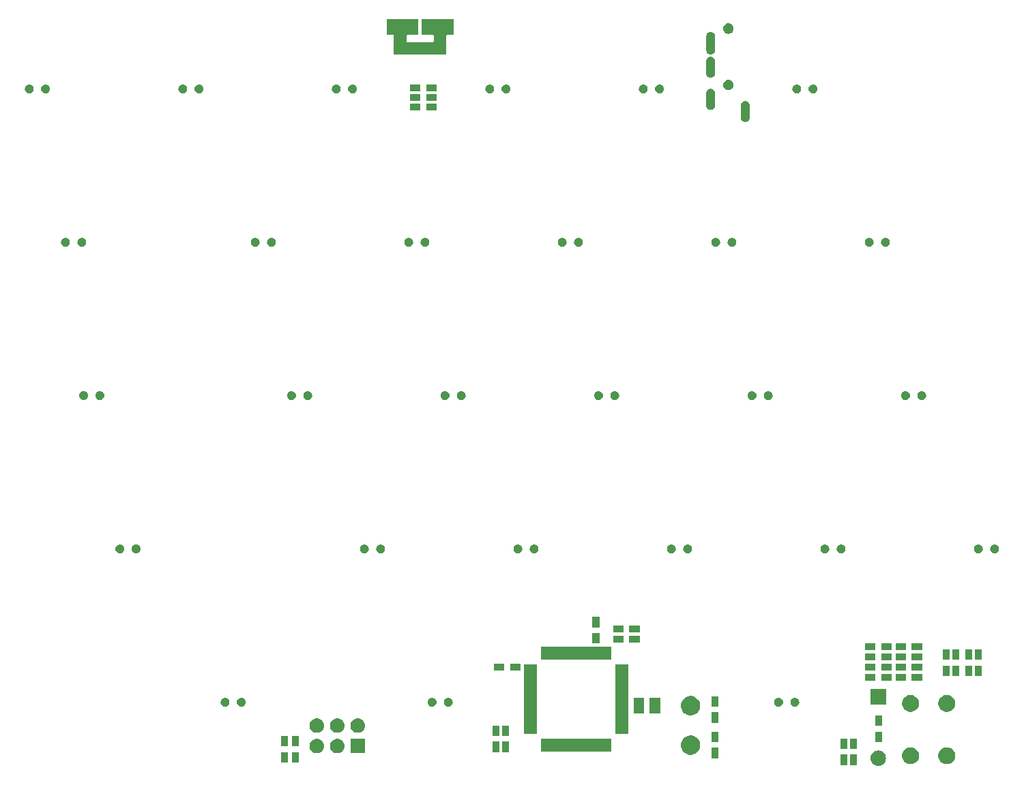
<source format=gbr>
G04 #@! TF.GenerationSoftware,KiCad,Pcbnew,(5.0.2)-1*
G04 #@! TF.CreationDate,2020-04-01T00:19:12+09:00*
G04 #@! TF.ProjectId,eckeyboard,65636b65-7962-46f6-9172-642e6b696361,rev?*
G04 #@! TF.SameCoordinates,Original*
G04 #@! TF.FileFunction,Soldermask,Bot*
G04 #@! TF.FilePolarity,Negative*
%FSLAX46Y46*%
G04 Gerber Fmt 4.6, Leading zero omitted, Abs format (unit mm)*
G04 Created by KiCad (PCBNEW (5.0.2)-1) date 2020/04/01 0:19:12*
%MOMM*%
%LPD*%
G01*
G04 APERTURE LIST*
%ADD10C,0.100000*%
G04 APERTURE END LIST*
D10*
G36*
X154536425Y-132232760D02*
X154536428Y-132232761D01*
X154536429Y-132232761D01*
X154715693Y-132287140D01*
X154715695Y-132287141D01*
X154880905Y-132375448D01*
X155025712Y-132494288D01*
X155144552Y-132639095D01*
X155232859Y-132804305D01*
X155287240Y-132983575D01*
X155305601Y-133170000D01*
X155287240Y-133356425D01*
X155287239Y-133356428D01*
X155287239Y-133356429D01*
X155237628Y-133519976D01*
X155232859Y-133535695D01*
X155144552Y-133700905D01*
X155025712Y-133845712D01*
X154880905Y-133964552D01*
X154880903Y-133964553D01*
X154715693Y-134052860D01*
X154536429Y-134107239D01*
X154536428Y-134107239D01*
X154536425Y-134107240D01*
X154396718Y-134121000D01*
X154303282Y-134121000D01*
X154163575Y-134107240D01*
X154163572Y-134107239D01*
X154163571Y-134107239D01*
X153984307Y-134052860D01*
X153819097Y-133964553D01*
X153819095Y-133964552D01*
X153674288Y-133845712D01*
X153555448Y-133700905D01*
X153467141Y-133535695D01*
X153462373Y-133519976D01*
X153412761Y-133356429D01*
X153412761Y-133356428D01*
X153412760Y-133356425D01*
X153394399Y-133170000D01*
X153412760Y-132983575D01*
X153467141Y-132804305D01*
X153555448Y-132639095D01*
X153674288Y-132494288D01*
X153819095Y-132375448D01*
X153984305Y-132287141D01*
X153984307Y-132287140D01*
X154163571Y-132232761D01*
X154163572Y-132232761D01*
X154163575Y-132232760D01*
X154303282Y-132219000D01*
X154396718Y-132219000D01*
X154536425Y-132232760D01*
X154536425Y-132232760D01*
G37*
G36*
X151726000Y-134001000D02*
X150874000Y-134001000D01*
X150874000Y-132699000D01*
X151726000Y-132699000D01*
X151726000Y-134001000D01*
X151726000Y-134001000D01*
G37*
G36*
X150476000Y-134001000D02*
X149624000Y-134001000D01*
X149624000Y-132699000D01*
X150476000Y-132699000D01*
X150476000Y-134001000D01*
X150476000Y-134001000D01*
G37*
G36*
X163156565Y-131839389D02*
X163347834Y-131918615D01*
X163519976Y-132033637D01*
X163666363Y-132180024D01*
X163781385Y-132352166D01*
X163860611Y-132543435D01*
X163901000Y-132746484D01*
X163901000Y-132953516D01*
X163860611Y-133156565D01*
X163781385Y-133347834D01*
X163666363Y-133519976D01*
X163519976Y-133666363D01*
X163347834Y-133781385D01*
X163156565Y-133860611D01*
X162953516Y-133901000D01*
X162746484Y-133901000D01*
X162543435Y-133860611D01*
X162352166Y-133781385D01*
X162180024Y-133666363D01*
X162033637Y-133519976D01*
X161918615Y-133347834D01*
X161839389Y-133156565D01*
X161799000Y-132953516D01*
X161799000Y-132746484D01*
X161839389Y-132543435D01*
X161918615Y-132352166D01*
X162033637Y-132180024D01*
X162180024Y-132033637D01*
X162352166Y-131918615D01*
X162543435Y-131839389D01*
X162746484Y-131799000D01*
X162953516Y-131799000D01*
X163156565Y-131839389D01*
X163156565Y-131839389D01*
G37*
G36*
X158656565Y-131839389D02*
X158847834Y-131918615D01*
X159019976Y-132033637D01*
X159166363Y-132180024D01*
X159281385Y-132352166D01*
X159360611Y-132543435D01*
X159401000Y-132746484D01*
X159401000Y-132953516D01*
X159360611Y-133156565D01*
X159281385Y-133347834D01*
X159166363Y-133519976D01*
X159019976Y-133666363D01*
X158847834Y-133781385D01*
X158656565Y-133860611D01*
X158453516Y-133901000D01*
X158246484Y-133901000D01*
X158043435Y-133860611D01*
X157852166Y-133781385D01*
X157680024Y-133666363D01*
X157533637Y-133519976D01*
X157418615Y-133347834D01*
X157339389Y-133156565D01*
X157299000Y-132953516D01*
X157299000Y-132746484D01*
X157339389Y-132543435D01*
X157418615Y-132352166D01*
X157533637Y-132180024D01*
X157680024Y-132033637D01*
X157852166Y-131918615D01*
X158043435Y-131839389D01*
X158246484Y-131799000D01*
X158453516Y-131799000D01*
X158656565Y-131839389D01*
X158656565Y-131839389D01*
G37*
G36*
X81126000Y-133701000D02*
X80274000Y-133701000D01*
X80274000Y-132399000D01*
X81126000Y-132399000D01*
X81126000Y-133701000D01*
X81126000Y-133701000D01*
G37*
G36*
X82426000Y-133701000D02*
X81574000Y-133701000D01*
X81574000Y-132399000D01*
X82426000Y-132399000D01*
X82426000Y-133701000D01*
X82426000Y-133701000D01*
G37*
G36*
X134476000Y-133151000D02*
X133624000Y-133151000D01*
X133624000Y-131849000D01*
X134476000Y-131849000D01*
X134476000Y-133151000D01*
X134476000Y-133151000D01*
G37*
G36*
X131415523Y-130380090D02*
X131415525Y-130380091D01*
X131415526Y-130380091D01*
X131496263Y-130413534D01*
X131634095Y-130470625D01*
X131732783Y-130536566D01*
X131830800Y-130602059D01*
X131998085Y-130769344D01*
X132027627Y-130813557D01*
X132129519Y-130966049D01*
X132220054Y-131184621D01*
X132266207Y-131416647D01*
X132266207Y-131653227D01*
X132220054Y-131885253D01*
X132129519Y-132103825D01*
X132096667Y-132152991D01*
X131998085Y-132300530D01*
X131830800Y-132467815D01*
X131791180Y-132494288D01*
X131634095Y-132599249D01*
X131537893Y-132639097D01*
X131415526Y-132689783D01*
X131415525Y-132689783D01*
X131415523Y-132689784D01*
X131183497Y-132735937D01*
X130946917Y-132735937D01*
X130714891Y-132689784D01*
X130714889Y-132689783D01*
X130714888Y-132689783D01*
X130592521Y-132639097D01*
X130496319Y-132599249D01*
X130339234Y-132494288D01*
X130299614Y-132467815D01*
X130132329Y-132300530D01*
X130033747Y-132152991D01*
X130000895Y-132103825D01*
X129910360Y-131885253D01*
X129864207Y-131653227D01*
X129864207Y-131416647D01*
X129910360Y-131184621D01*
X130000895Y-130966049D01*
X130102787Y-130813557D01*
X130132329Y-130769344D01*
X130299614Y-130602059D01*
X130397631Y-130536566D01*
X130496319Y-130470625D01*
X130634151Y-130413534D01*
X130714888Y-130380091D01*
X130714889Y-130380091D01*
X130714891Y-130380090D01*
X130946917Y-130333937D01*
X131183497Y-130333937D01*
X131415523Y-130380090D01*
X131415523Y-130380090D01*
G37*
G36*
X84780442Y-130755518D02*
X84846627Y-130762037D01*
X84959853Y-130796384D01*
X85016467Y-130813557D01*
X85155087Y-130887652D01*
X85172991Y-130897222D01*
X85208729Y-130926552D01*
X85310186Y-131009814D01*
X85390229Y-131107348D01*
X85422778Y-131147009D01*
X85422779Y-131147011D01*
X85506443Y-131303533D01*
X85506443Y-131303534D01*
X85557963Y-131473373D01*
X85575359Y-131650000D01*
X85557963Y-131826627D01*
X85554091Y-131839390D01*
X85506443Y-131996467D01*
X85504020Y-132001000D01*
X85422778Y-132152991D01*
X85400592Y-132180024D01*
X85310186Y-132290186D01*
X85208729Y-132373448D01*
X85172991Y-132402778D01*
X85172989Y-132402779D01*
X85016467Y-132486443D01*
X84959853Y-132503616D01*
X84846627Y-132537963D01*
X84791068Y-132543435D01*
X84714260Y-132551000D01*
X84625740Y-132551000D01*
X84548932Y-132543435D01*
X84493373Y-132537963D01*
X84380147Y-132503616D01*
X84323533Y-132486443D01*
X84167011Y-132402779D01*
X84167009Y-132402778D01*
X84131271Y-132373448D01*
X84029814Y-132290186D01*
X83939408Y-132180024D01*
X83917222Y-132152991D01*
X83835980Y-132001000D01*
X83833557Y-131996467D01*
X83785909Y-131839390D01*
X83782037Y-131826627D01*
X83764641Y-131650000D01*
X83782037Y-131473373D01*
X83833557Y-131303534D01*
X83833557Y-131303533D01*
X83917221Y-131147011D01*
X83917222Y-131147009D01*
X83949771Y-131107348D01*
X84029814Y-131009814D01*
X84131271Y-130926552D01*
X84167009Y-130897222D01*
X84184913Y-130887652D01*
X84323533Y-130813557D01*
X84380147Y-130796384D01*
X84493373Y-130762037D01*
X84559558Y-130755518D01*
X84625740Y-130749000D01*
X84714260Y-130749000D01*
X84780442Y-130755518D01*
X84780442Y-130755518D01*
G37*
G36*
X87320442Y-130755518D02*
X87386627Y-130762037D01*
X87499853Y-130796384D01*
X87556467Y-130813557D01*
X87695087Y-130887652D01*
X87712991Y-130897222D01*
X87748729Y-130926552D01*
X87850186Y-131009814D01*
X87930229Y-131107348D01*
X87962778Y-131147009D01*
X87962779Y-131147011D01*
X88046443Y-131303533D01*
X88046443Y-131303534D01*
X88097963Y-131473373D01*
X88115359Y-131650000D01*
X88097963Y-131826627D01*
X88094091Y-131839390D01*
X88046443Y-131996467D01*
X88044020Y-132001000D01*
X87962778Y-132152991D01*
X87940592Y-132180024D01*
X87850186Y-132290186D01*
X87748729Y-132373448D01*
X87712991Y-132402778D01*
X87712989Y-132402779D01*
X87556467Y-132486443D01*
X87499853Y-132503616D01*
X87386627Y-132537963D01*
X87331068Y-132543435D01*
X87254260Y-132551000D01*
X87165740Y-132551000D01*
X87088932Y-132543435D01*
X87033373Y-132537963D01*
X86920147Y-132503616D01*
X86863533Y-132486443D01*
X86707011Y-132402779D01*
X86707009Y-132402778D01*
X86671271Y-132373448D01*
X86569814Y-132290186D01*
X86479408Y-132180024D01*
X86457222Y-132152991D01*
X86375980Y-132001000D01*
X86373557Y-131996467D01*
X86325909Y-131839390D01*
X86322037Y-131826627D01*
X86304641Y-131650000D01*
X86322037Y-131473373D01*
X86373557Y-131303534D01*
X86373557Y-131303533D01*
X86457221Y-131147011D01*
X86457222Y-131147009D01*
X86489771Y-131107348D01*
X86569814Y-131009814D01*
X86671271Y-130926552D01*
X86707009Y-130897222D01*
X86724913Y-130887652D01*
X86863533Y-130813557D01*
X86920147Y-130796384D01*
X87033373Y-130762037D01*
X87099558Y-130755518D01*
X87165740Y-130749000D01*
X87254260Y-130749000D01*
X87320442Y-130755518D01*
X87320442Y-130755518D01*
G37*
G36*
X90651000Y-132551000D02*
X88849000Y-132551000D01*
X88849000Y-130749000D01*
X90651000Y-130749000D01*
X90651000Y-132551000D01*
X90651000Y-132551000D01*
G37*
G36*
X107326000Y-132409348D02*
X106474000Y-132409348D01*
X106474000Y-131107348D01*
X107326000Y-131107348D01*
X107326000Y-132409348D01*
X107326000Y-132409348D01*
G37*
G36*
X108526000Y-132409348D02*
X107674000Y-132409348D01*
X107674000Y-131107348D01*
X108526000Y-131107348D01*
X108526000Y-132409348D01*
X108526000Y-132409348D01*
G37*
G36*
X121176000Y-132351000D02*
X112524000Y-132351000D01*
X112524000Y-130749000D01*
X121176000Y-130749000D01*
X121176000Y-132351000D01*
X121176000Y-132351000D01*
G37*
G36*
X151726000Y-132001000D02*
X150874000Y-132001000D01*
X150874000Y-130699000D01*
X151726000Y-130699000D01*
X151726000Y-132001000D01*
X151726000Y-132001000D01*
G37*
G36*
X150476000Y-132001000D02*
X149624000Y-132001000D01*
X149624000Y-130699000D01*
X150476000Y-130699000D01*
X150476000Y-132001000D01*
X150476000Y-132001000D01*
G37*
G36*
X81126000Y-131701000D02*
X80274000Y-131701000D01*
X80274000Y-130399000D01*
X81126000Y-130399000D01*
X81126000Y-131701000D01*
X81126000Y-131701000D01*
G37*
G36*
X82426000Y-131701000D02*
X81574000Y-131701000D01*
X81574000Y-130399000D01*
X82426000Y-130399000D01*
X82426000Y-131701000D01*
X82426000Y-131701000D01*
G37*
G36*
X154826000Y-131151000D02*
X153974000Y-131151000D01*
X153974000Y-129849000D01*
X154826000Y-129849000D01*
X154826000Y-131151000D01*
X154826000Y-131151000D01*
G37*
G36*
X134476000Y-131151000D02*
X133624000Y-131151000D01*
X133624000Y-129849000D01*
X134476000Y-129849000D01*
X134476000Y-131151000D01*
X134476000Y-131151000D01*
G37*
G36*
X108526000Y-130409348D02*
X107674000Y-130409348D01*
X107674000Y-129107348D01*
X108526000Y-129107348D01*
X108526000Y-130409348D01*
X108526000Y-130409348D01*
G37*
G36*
X107326000Y-130409348D02*
X106474000Y-130409348D01*
X106474000Y-129107348D01*
X107326000Y-129107348D01*
X107326000Y-130409348D01*
X107326000Y-130409348D01*
G37*
G36*
X123351000Y-130176000D02*
X121749000Y-130176000D01*
X121749000Y-121524000D01*
X123351000Y-121524000D01*
X123351000Y-130176000D01*
X123351000Y-130176000D01*
G37*
G36*
X111951000Y-130176000D02*
X110349000Y-130176000D01*
X110349000Y-121524000D01*
X111951000Y-121524000D01*
X111951000Y-130176000D01*
X111951000Y-130176000D01*
G37*
G36*
X89860442Y-128215518D02*
X89926627Y-128222037D01*
X90039853Y-128256384D01*
X90096467Y-128273557D01*
X90235087Y-128347652D01*
X90252991Y-128357222D01*
X90288729Y-128386552D01*
X90390186Y-128469814D01*
X90473448Y-128571271D01*
X90502778Y-128607009D01*
X90502779Y-128607011D01*
X90586443Y-128763533D01*
X90586443Y-128763534D01*
X90637963Y-128933373D01*
X90655359Y-129110000D01*
X90637963Y-129286627D01*
X90610852Y-129376000D01*
X90586443Y-129456467D01*
X90550345Y-129524000D01*
X90502778Y-129612991D01*
X90473448Y-129648729D01*
X90390186Y-129750186D01*
X90288729Y-129833448D01*
X90252991Y-129862778D01*
X90252989Y-129862779D01*
X90096467Y-129946443D01*
X90039853Y-129963616D01*
X89926627Y-129997963D01*
X89860442Y-130004482D01*
X89794260Y-130011000D01*
X89705740Y-130011000D01*
X89639558Y-130004482D01*
X89573373Y-129997963D01*
X89460147Y-129963616D01*
X89403533Y-129946443D01*
X89247011Y-129862779D01*
X89247009Y-129862778D01*
X89211271Y-129833448D01*
X89109814Y-129750186D01*
X89026552Y-129648729D01*
X88997222Y-129612991D01*
X88949655Y-129524000D01*
X88913557Y-129456467D01*
X88889148Y-129376000D01*
X88862037Y-129286627D01*
X88844641Y-129110000D01*
X88862037Y-128933373D01*
X88913557Y-128763534D01*
X88913557Y-128763533D01*
X88997221Y-128607011D01*
X88997222Y-128607009D01*
X89026552Y-128571271D01*
X89109814Y-128469814D01*
X89211271Y-128386552D01*
X89247009Y-128357222D01*
X89264913Y-128347652D01*
X89403533Y-128273557D01*
X89460147Y-128256384D01*
X89573373Y-128222037D01*
X89639558Y-128215518D01*
X89705740Y-128209000D01*
X89794260Y-128209000D01*
X89860442Y-128215518D01*
X89860442Y-128215518D01*
G37*
G36*
X87320442Y-128215518D02*
X87386627Y-128222037D01*
X87499853Y-128256384D01*
X87556467Y-128273557D01*
X87695087Y-128347652D01*
X87712991Y-128357222D01*
X87748729Y-128386552D01*
X87850186Y-128469814D01*
X87933448Y-128571271D01*
X87962778Y-128607009D01*
X87962779Y-128607011D01*
X88046443Y-128763533D01*
X88046443Y-128763534D01*
X88097963Y-128933373D01*
X88115359Y-129110000D01*
X88097963Y-129286627D01*
X88070852Y-129376000D01*
X88046443Y-129456467D01*
X88010345Y-129524000D01*
X87962778Y-129612991D01*
X87933448Y-129648729D01*
X87850186Y-129750186D01*
X87748729Y-129833448D01*
X87712991Y-129862778D01*
X87712989Y-129862779D01*
X87556467Y-129946443D01*
X87499853Y-129963616D01*
X87386627Y-129997963D01*
X87320442Y-130004482D01*
X87254260Y-130011000D01*
X87165740Y-130011000D01*
X87099558Y-130004482D01*
X87033373Y-129997963D01*
X86920147Y-129963616D01*
X86863533Y-129946443D01*
X86707011Y-129862779D01*
X86707009Y-129862778D01*
X86671271Y-129833448D01*
X86569814Y-129750186D01*
X86486552Y-129648729D01*
X86457222Y-129612991D01*
X86409655Y-129524000D01*
X86373557Y-129456467D01*
X86349148Y-129376000D01*
X86322037Y-129286627D01*
X86304641Y-129110000D01*
X86322037Y-128933373D01*
X86373557Y-128763534D01*
X86373557Y-128763533D01*
X86457221Y-128607011D01*
X86457222Y-128607009D01*
X86486552Y-128571271D01*
X86569814Y-128469814D01*
X86671271Y-128386552D01*
X86707009Y-128357222D01*
X86724913Y-128347652D01*
X86863533Y-128273557D01*
X86920147Y-128256384D01*
X87033373Y-128222037D01*
X87099558Y-128215518D01*
X87165740Y-128209000D01*
X87254260Y-128209000D01*
X87320442Y-128215518D01*
X87320442Y-128215518D01*
G37*
G36*
X84780442Y-128215518D02*
X84846627Y-128222037D01*
X84959853Y-128256384D01*
X85016467Y-128273557D01*
X85155087Y-128347652D01*
X85172991Y-128357222D01*
X85208729Y-128386552D01*
X85310186Y-128469814D01*
X85393448Y-128571271D01*
X85422778Y-128607009D01*
X85422779Y-128607011D01*
X85506443Y-128763533D01*
X85506443Y-128763534D01*
X85557963Y-128933373D01*
X85575359Y-129110000D01*
X85557963Y-129286627D01*
X85530852Y-129376000D01*
X85506443Y-129456467D01*
X85470345Y-129524000D01*
X85422778Y-129612991D01*
X85393448Y-129648729D01*
X85310186Y-129750186D01*
X85208729Y-129833448D01*
X85172991Y-129862778D01*
X85172989Y-129862779D01*
X85016467Y-129946443D01*
X84959853Y-129963616D01*
X84846627Y-129997963D01*
X84780442Y-130004482D01*
X84714260Y-130011000D01*
X84625740Y-130011000D01*
X84559558Y-130004482D01*
X84493373Y-129997963D01*
X84380147Y-129963616D01*
X84323533Y-129946443D01*
X84167011Y-129862779D01*
X84167009Y-129862778D01*
X84131271Y-129833448D01*
X84029814Y-129750186D01*
X83946552Y-129648729D01*
X83917222Y-129612991D01*
X83869655Y-129524000D01*
X83833557Y-129456467D01*
X83809148Y-129376000D01*
X83782037Y-129286627D01*
X83764641Y-129110000D01*
X83782037Y-128933373D01*
X83833557Y-128763534D01*
X83833557Y-128763533D01*
X83917221Y-128607011D01*
X83917222Y-128607009D01*
X83946552Y-128571271D01*
X84029814Y-128469814D01*
X84131271Y-128386552D01*
X84167009Y-128357222D01*
X84184913Y-128347652D01*
X84323533Y-128273557D01*
X84380147Y-128256384D01*
X84493373Y-128222037D01*
X84559558Y-128215518D01*
X84625740Y-128209000D01*
X84714260Y-128209000D01*
X84780442Y-128215518D01*
X84780442Y-128215518D01*
G37*
G36*
X154826000Y-129151000D02*
X153974000Y-129151000D01*
X153974000Y-127849000D01*
X154826000Y-127849000D01*
X154826000Y-129151000D01*
X154826000Y-129151000D01*
G37*
G36*
X134526000Y-128751000D02*
X133674000Y-128751000D01*
X133674000Y-127449000D01*
X134526000Y-127449000D01*
X134526000Y-128751000D01*
X134526000Y-128751000D01*
G37*
G36*
X131415523Y-125480090D02*
X131415525Y-125480091D01*
X131415526Y-125480091D01*
X131496263Y-125513534D01*
X131634095Y-125570625D01*
X131732783Y-125636566D01*
X131830800Y-125702059D01*
X131998085Y-125869344D01*
X132044630Y-125939004D01*
X132129519Y-126066049D01*
X132220054Y-126284621D01*
X132266207Y-126516647D01*
X132266207Y-126753227D01*
X132220054Y-126985253D01*
X132129519Y-127203825D01*
X132077695Y-127281385D01*
X131998085Y-127400530D01*
X131830800Y-127567815D01*
X131732783Y-127633308D01*
X131634095Y-127699249D01*
X131496263Y-127756340D01*
X131415526Y-127789783D01*
X131415525Y-127789783D01*
X131415523Y-127789784D01*
X131183497Y-127835937D01*
X130946917Y-127835937D01*
X130714891Y-127789784D01*
X130714889Y-127789783D01*
X130714888Y-127789783D01*
X130634151Y-127756340D01*
X130496319Y-127699249D01*
X130397631Y-127633308D01*
X130299614Y-127567815D01*
X130132329Y-127400530D01*
X130052719Y-127281385D01*
X130000895Y-127203825D01*
X129910360Y-126985253D01*
X129864207Y-126753227D01*
X129864207Y-126516647D01*
X129910360Y-126284621D01*
X130000895Y-126066049D01*
X130085784Y-125939004D01*
X130132329Y-125869344D01*
X130299614Y-125702059D01*
X130397631Y-125636566D01*
X130496319Y-125570625D01*
X130634151Y-125513534D01*
X130714888Y-125480091D01*
X130714889Y-125480091D01*
X130714891Y-125480090D01*
X130946917Y-125433937D01*
X131183497Y-125433937D01*
X131415523Y-125480090D01*
X131415523Y-125480090D01*
G37*
G36*
X125301000Y-127641207D02*
X123999000Y-127641207D01*
X123999000Y-125689207D01*
X125301000Y-125689207D01*
X125301000Y-127641207D01*
X125301000Y-127641207D01*
G37*
G36*
X127301000Y-127641207D02*
X125999000Y-127641207D01*
X125999000Y-125689207D01*
X127301000Y-125689207D01*
X127301000Y-127641207D01*
X127301000Y-127641207D01*
G37*
G36*
X158656565Y-125339389D02*
X158847834Y-125418615D01*
X159019976Y-125533637D01*
X159166363Y-125680024D01*
X159281385Y-125852166D01*
X159360611Y-126043435D01*
X159401000Y-126246484D01*
X159401000Y-126453516D01*
X159360611Y-126656565D01*
X159281385Y-126847834D01*
X159166363Y-127019976D01*
X159019976Y-127166363D01*
X158847834Y-127281385D01*
X158656565Y-127360611D01*
X158453516Y-127401000D01*
X158246484Y-127401000D01*
X158043435Y-127360611D01*
X157852166Y-127281385D01*
X157680024Y-127166363D01*
X157533637Y-127019976D01*
X157418615Y-126847834D01*
X157339389Y-126656565D01*
X157299000Y-126453516D01*
X157299000Y-126246484D01*
X157339389Y-126043435D01*
X157418615Y-125852166D01*
X157533637Y-125680024D01*
X157680024Y-125533637D01*
X157852166Y-125418615D01*
X158043435Y-125339389D01*
X158246484Y-125299000D01*
X158453516Y-125299000D01*
X158656565Y-125339389D01*
X158656565Y-125339389D01*
G37*
G36*
X163156565Y-125339389D02*
X163347834Y-125418615D01*
X163519976Y-125533637D01*
X163666363Y-125680024D01*
X163781385Y-125852166D01*
X163860611Y-126043435D01*
X163901000Y-126246484D01*
X163901000Y-126453516D01*
X163860611Y-126656565D01*
X163781385Y-126847834D01*
X163666363Y-127019976D01*
X163519976Y-127166363D01*
X163347834Y-127281385D01*
X163156565Y-127360611D01*
X162953516Y-127401000D01*
X162746484Y-127401000D01*
X162543435Y-127360611D01*
X162352166Y-127281385D01*
X162180024Y-127166363D01*
X162033637Y-127019976D01*
X161918615Y-126847834D01*
X161839389Y-126656565D01*
X161799000Y-126453516D01*
X161799000Y-126246484D01*
X161839389Y-126043435D01*
X161918615Y-125852166D01*
X162033637Y-125680024D01*
X162180024Y-125533637D01*
X162352166Y-125418615D01*
X162543435Y-125339389D01*
X162746484Y-125299000D01*
X162953516Y-125299000D01*
X163156565Y-125339389D01*
X163156565Y-125339389D01*
G37*
G36*
X142144721Y-125670174D02*
X142244995Y-125711709D01*
X142335245Y-125772012D01*
X142411988Y-125848755D01*
X142472291Y-125939005D01*
X142513826Y-126039279D01*
X142535000Y-126145730D01*
X142535000Y-126254270D01*
X142513826Y-126360721D01*
X142472291Y-126460995D01*
X142411988Y-126551245D01*
X142335245Y-126627988D01*
X142244995Y-126688291D01*
X142144721Y-126729826D01*
X142038270Y-126751000D01*
X141929730Y-126751000D01*
X141823279Y-126729826D01*
X141723005Y-126688291D01*
X141632755Y-126627988D01*
X141556012Y-126551245D01*
X141495709Y-126460995D01*
X141454174Y-126360721D01*
X141433000Y-126254270D01*
X141433000Y-126145730D01*
X141454174Y-126039279D01*
X141495709Y-125939005D01*
X141556012Y-125848755D01*
X141632755Y-125772012D01*
X141723005Y-125711709D01*
X141823279Y-125670174D01*
X141929730Y-125649000D01*
X142038270Y-125649000D01*
X142144721Y-125670174D01*
X142144721Y-125670174D01*
G37*
G36*
X144160721Y-125670174D02*
X144260995Y-125711709D01*
X144351245Y-125772012D01*
X144427988Y-125848755D01*
X144488291Y-125939005D01*
X144529826Y-126039279D01*
X144551000Y-126145730D01*
X144551000Y-126254270D01*
X144529826Y-126360721D01*
X144488291Y-126460995D01*
X144427988Y-126551245D01*
X144351245Y-126627988D01*
X144260995Y-126688291D01*
X144160721Y-126729826D01*
X144054270Y-126751000D01*
X143945730Y-126751000D01*
X143839279Y-126729826D01*
X143739005Y-126688291D01*
X143648755Y-126627988D01*
X143572012Y-126551245D01*
X143511709Y-126460995D01*
X143470174Y-126360721D01*
X143449000Y-126254270D01*
X143449000Y-126145730D01*
X143470174Y-126039279D01*
X143511709Y-125939005D01*
X143572012Y-125848755D01*
X143648755Y-125772012D01*
X143739005Y-125711709D01*
X143839279Y-125670174D01*
X143945730Y-125649000D01*
X144054270Y-125649000D01*
X144160721Y-125670174D01*
X144160721Y-125670174D01*
G37*
G36*
X101160721Y-125670174D02*
X101260995Y-125711709D01*
X101351245Y-125772012D01*
X101427988Y-125848755D01*
X101488291Y-125939005D01*
X101529826Y-126039279D01*
X101551000Y-126145730D01*
X101551000Y-126254270D01*
X101529826Y-126360721D01*
X101488291Y-126460995D01*
X101427988Y-126551245D01*
X101351245Y-126627988D01*
X101260995Y-126688291D01*
X101160721Y-126729826D01*
X101054270Y-126751000D01*
X100945730Y-126751000D01*
X100839279Y-126729826D01*
X100739005Y-126688291D01*
X100648755Y-126627988D01*
X100572012Y-126551245D01*
X100511709Y-126460995D01*
X100470174Y-126360721D01*
X100449000Y-126254270D01*
X100449000Y-126145730D01*
X100470174Y-126039279D01*
X100511709Y-125939005D01*
X100572012Y-125848755D01*
X100648755Y-125772012D01*
X100739005Y-125711709D01*
X100839279Y-125670174D01*
X100945730Y-125649000D01*
X101054270Y-125649000D01*
X101160721Y-125670174D01*
X101160721Y-125670174D01*
G37*
G36*
X99144721Y-125670174D02*
X99244995Y-125711709D01*
X99335245Y-125772012D01*
X99411988Y-125848755D01*
X99472291Y-125939005D01*
X99513826Y-126039279D01*
X99535000Y-126145730D01*
X99535000Y-126254270D01*
X99513826Y-126360721D01*
X99472291Y-126460995D01*
X99411988Y-126551245D01*
X99335245Y-126627988D01*
X99244995Y-126688291D01*
X99144721Y-126729826D01*
X99038270Y-126751000D01*
X98929730Y-126751000D01*
X98823279Y-126729826D01*
X98723005Y-126688291D01*
X98632755Y-126627988D01*
X98556012Y-126551245D01*
X98495709Y-126460995D01*
X98454174Y-126360721D01*
X98433000Y-126254270D01*
X98433000Y-126145730D01*
X98454174Y-126039279D01*
X98495709Y-125939005D01*
X98556012Y-125848755D01*
X98632755Y-125772012D01*
X98723005Y-125711709D01*
X98823279Y-125670174D01*
X98929730Y-125649000D01*
X99038270Y-125649000D01*
X99144721Y-125670174D01*
X99144721Y-125670174D01*
G37*
G36*
X73444721Y-125670174D02*
X73544995Y-125711709D01*
X73635245Y-125772012D01*
X73711988Y-125848755D01*
X73772291Y-125939005D01*
X73813826Y-126039279D01*
X73835000Y-126145730D01*
X73835000Y-126254270D01*
X73813826Y-126360721D01*
X73772291Y-126460995D01*
X73711988Y-126551245D01*
X73635245Y-126627988D01*
X73544995Y-126688291D01*
X73444721Y-126729826D01*
X73338270Y-126751000D01*
X73229730Y-126751000D01*
X73123279Y-126729826D01*
X73023005Y-126688291D01*
X72932755Y-126627988D01*
X72856012Y-126551245D01*
X72795709Y-126460995D01*
X72754174Y-126360721D01*
X72733000Y-126254270D01*
X72733000Y-126145730D01*
X72754174Y-126039279D01*
X72795709Y-125939005D01*
X72856012Y-125848755D01*
X72932755Y-125772012D01*
X73023005Y-125711709D01*
X73123279Y-125670174D01*
X73229730Y-125649000D01*
X73338270Y-125649000D01*
X73444721Y-125670174D01*
X73444721Y-125670174D01*
G37*
G36*
X75460721Y-125670174D02*
X75560995Y-125711709D01*
X75651245Y-125772012D01*
X75727988Y-125848755D01*
X75788291Y-125939005D01*
X75829826Y-126039279D01*
X75851000Y-126145730D01*
X75851000Y-126254270D01*
X75829826Y-126360721D01*
X75788291Y-126460995D01*
X75727988Y-126551245D01*
X75651245Y-126627988D01*
X75560995Y-126688291D01*
X75460721Y-126729826D01*
X75354270Y-126751000D01*
X75245730Y-126751000D01*
X75139279Y-126729826D01*
X75039005Y-126688291D01*
X74948755Y-126627988D01*
X74872012Y-126551245D01*
X74811709Y-126460995D01*
X74770174Y-126360721D01*
X74749000Y-126254270D01*
X74749000Y-126145730D01*
X74770174Y-126039279D01*
X74811709Y-125939005D01*
X74872012Y-125848755D01*
X74948755Y-125772012D01*
X75039005Y-125711709D01*
X75139279Y-125670174D01*
X75245730Y-125649000D01*
X75354270Y-125649000D01*
X75460721Y-125670174D01*
X75460721Y-125670174D01*
G37*
G36*
X134526000Y-126751000D02*
X133674000Y-126751000D01*
X133674000Y-125449000D01*
X134526000Y-125449000D01*
X134526000Y-126751000D01*
X134526000Y-126751000D01*
G37*
G36*
X155301000Y-126501000D02*
X153399000Y-126501000D01*
X153399000Y-124599000D01*
X155301000Y-124599000D01*
X155301000Y-126501000D01*
X155301000Y-126501000D01*
G37*
G36*
X157814040Y-123504168D02*
X156512040Y-123504168D01*
X156512040Y-122652168D01*
X157814040Y-122652168D01*
X157814040Y-123504168D01*
X157814040Y-123504168D01*
G37*
G36*
X156014040Y-123504168D02*
X154712040Y-123504168D01*
X154712040Y-122652168D01*
X156014040Y-122652168D01*
X156014040Y-123504168D01*
X156014040Y-123504168D01*
G37*
G36*
X154014040Y-123504168D02*
X152712040Y-123504168D01*
X152712040Y-122652168D01*
X154014040Y-122652168D01*
X154014040Y-123504168D01*
X154014040Y-123504168D01*
G37*
G36*
X159814040Y-123504168D02*
X158512040Y-123504168D01*
X158512040Y-122652168D01*
X159814040Y-122652168D01*
X159814040Y-123504168D01*
X159814040Y-123504168D01*
G37*
G36*
X163176000Y-122951000D02*
X162324000Y-122951000D01*
X162324000Y-121649000D01*
X163176000Y-121649000D01*
X163176000Y-122951000D01*
X163176000Y-122951000D01*
G37*
G36*
X164376000Y-122951000D02*
X163524000Y-122951000D01*
X163524000Y-121649000D01*
X164376000Y-121649000D01*
X164376000Y-122951000D01*
X164376000Y-122951000D01*
G37*
G36*
X165976000Y-122951000D02*
X165124000Y-122951000D01*
X165124000Y-121649000D01*
X165976000Y-121649000D01*
X165976000Y-122951000D01*
X165976000Y-122951000D01*
G37*
G36*
X167176000Y-122951000D02*
X166324000Y-122951000D01*
X166324000Y-121649000D01*
X167176000Y-121649000D01*
X167176000Y-122951000D01*
X167176000Y-122951000D01*
G37*
G36*
X107951000Y-122276000D02*
X106649000Y-122276000D01*
X106649000Y-121424000D01*
X107951000Y-121424000D01*
X107951000Y-122276000D01*
X107951000Y-122276000D01*
G37*
G36*
X109951000Y-122276000D02*
X108649000Y-122276000D01*
X108649000Y-121424000D01*
X109951000Y-121424000D01*
X109951000Y-122276000D01*
X109951000Y-122276000D01*
G37*
G36*
X156014040Y-122254168D02*
X154712040Y-122254168D01*
X154712040Y-121402168D01*
X156014040Y-121402168D01*
X156014040Y-122254168D01*
X156014040Y-122254168D01*
G37*
G36*
X159814040Y-122254168D02*
X158512040Y-122254168D01*
X158512040Y-121402168D01*
X159814040Y-121402168D01*
X159814040Y-122254168D01*
X159814040Y-122254168D01*
G37*
G36*
X157814040Y-122254168D02*
X156512040Y-122254168D01*
X156512040Y-121402168D01*
X157814040Y-121402168D01*
X157814040Y-122254168D01*
X157814040Y-122254168D01*
G37*
G36*
X154014040Y-122254168D02*
X152712040Y-122254168D01*
X152712040Y-121402168D01*
X154014040Y-121402168D01*
X154014040Y-122254168D01*
X154014040Y-122254168D01*
G37*
G36*
X154014040Y-121004168D02*
X152712040Y-121004168D01*
X152712040Y-120152168D01*
X154014040Y-120152168D01*
X154014040Y-121004168D01*
X154014040Y-121004168D01*
G37*
G36*
X156014040Y-121004168D02*
X154712040Y-121004168D01*
X154712040Y-120152168D01*
X156014040Y-120152168D01*
X156014040Y-121004168D01*
X156014040Y-121004168D01*
G37*
G36*
X157814040Y-121004168D02*
X156512040Y-121004168D01*
X156512040Y-120152168D01*
X157814040Y-120152168D01*
X157814040Y-121004168D01*
X157814040Y-121004168D01*
G37*
G36*
X159814040Y-121004168D02*
X158512040Y-121004168D01*
X158512040Y-120152168D01*
X159814040Y-120152168D01*
X159814040Y-121004168D01*
X159814040Y-121004168D01*
G37*
G36*
X121176000Y-120951000D02*
X112524000Y-120951000D01*
X112524000Y-119349000D01*
X121176000Y-119349000D01*
X121176000Y-120951000D01*
X121176000Y-120951000D01*
G37*
G36*
X163176000Y-120951000D02*
X162324000Y-120951000D01*
X162324000Y-119649000D01*
X163176000Y-119649000D01*
X163176000Y-120951000D01*
X163176000Y-120951000D01*
G37*
G36*
X164376000Y-120951000D02*
X163524000Y-120951000D01*
X163524000Y-119649000D01*
X164376000Y-119649000D01*
X164376000Y-120951000D01*
X164376000Y-120951000D01*
G37*
G36*
X165976000Y-120951000D02*
X165124000Y-120951000D01*
X165124000Y-119649000D01*
X165976000Y-119649000D01*
X165976000Y-120951000D01*
X165976000Y-120951000D01*
G37*
G36*
X167176000Y-120951000D02*
X166324000Y-120951000D01*
X166324000Y-119649000D01*
X167176000Y-119649000D01*
X167176000Y-120951000D01*
X167176000Y-120951000D01*
G37*
G36*
X156014040Y-119754168D02*
X154712040Y-119754168D01*
X154712040Y-118902168D01*
X156014040Y-118902168D01*
X156014040Y-119754168D01*
X156014040Y-119754168D01*
G37*
G36*
X159814040Y-119754168D02*
X158512040Y-119754168D01*
X158512040Y-118902168D01*
X159814040Y-118902168D01*
X159814040Y-119754168D01*
X159814040Y-119754168D01*
G37*
G36*
X154014040Y-119754168D02*
X152712040Y-119754168D01*
X152712040Y-118902168D01*
X154014040Y-118902168D01*
X154014040Y-119754168D01*
X154014040Y-119754168D01*
G37*
G36*
X157814040Y-119754168D02*
X156512040Y-119754168D01*
X156512040Y-118902168D01*
X157814040Y-118902168D01*
X157814040Y-119754168D01*
X157814040Y-119754168D01*
G37*
G36*
X119741063Y-118916207D02*
X118889063Y-118916207D01*
X118889063Y-117614207D01*
X119741063Y-117614207D01*
X119741063Y-118916207D01*
X119741063Y-118916207D01*
G37*
G36*
X122737416Y-118808178D02*
X121435416Y-118808178D01*
X121435416Y-117956178D01*
X122737416Y-117956178D01*
X122737416Y-118808178D01*
X122737416Y-118808178D01*
G37*
G36*
X124737416Y-118808178D02*
X123435416Y-118808178D01*
X123435416Y-117956178D01*
X124737416Y-117956178D01*
X124737416Y-118808178D01*
X124737416Y-118808178D01*
G37*
G36*
X122752623Y-117543115D02*
X121450623Y-117543115D01*
X121450623Y-116691115D01*
X122752623Y-116691115D01*
X122752623Y-117543115D01*
X122752623Y-117543115D01*
G37*
G36*
X124752623Y-117543115D02*
X123450623Y-117543115D01*
X123450623Y-116691115D01*
X124752623Y-116691115D01*
X124752623Y-117543115D01*
X124752623Y-117543115D01*
G37*
G36*
X119741063Y-116916207D02*
X118889063Y-116916207D01*
X118889063Y-115614207D01*
X119741063Y-115614207D01*
X119741063Y-116916207D01*
X119741063Y-116916207D01*
G37*
G36*
X166944721Y-106620174D02*
X167044995Y-106661709D01*
X167135245Y-106722012D01*
X167211988Y-106798755D01*
X167272291Y-106889005D01*
X167313826Y-106989279D01*
X167335000Y-107095730D01*
X167335000Y-107204270D01*
X167313826Y-107310721D01*
X167272291Y-107410995D01*
X167211988Y-107501245D01*
X167135245Y-107577988D01*
X167044995Y-107638291D01*
X166944721Y-107679826D01*
X166838270Y-107701000D01*
X166729730Y-107701000D01*
X166623279Y-107679826D01*
X166523005Y-107638291D01*
X166432755Y-107577988D01*
X166356012Y-107501245D01*
X166295709Y-107410995D01*
X166254174Y-107310721D01*
X166233000Y-107204270D01*
X166233000Y-107095730D01*
X166254174Y-106989279D01*
X166295709Y-106889005D01*
X166356012Y-106798755D01*
X166432755Y-106722012D01*
X166523005Y-106661709D01*
X166623279Y-106620174D01*
X166729730Y-106599000D01*
X166838270Y-106599000D01*
X166944721Y-106620174D01*
X166944721Y-106620174D01*
G37*
G36*
X168960721Y-106620174D02*
X169060995Y-106661709D01*
X169151245Y-106722012D01*
X169227988Y-106798755D01*
X169288291Y-106889005D01*
X169329826Y-106989279D01*
X169351000Y-107095730D01*
X169351000Y-107204270D01*
X169329826Y-107310721D01*
X169288291Y-107410995D01*
X169227988Y-107501245D01*
X169151245Y-107577988D01*
X169060995Y-107638291D01*
X168960721Y-107679826D01*
X168854270Y-107701000D01*
X168745730Y-107701000D01*
X168639279Y-107679826D01*
X168539005Y-107638291D01*
X168448755Y-107577988D01*
X168372012Y-107501245D01*
X168311709Y-107410995D01*
X168270174Y-107310721D01*
X168249000Y-107204270D01*
X168249000Y-107095730D01*
X168270174Y-106989279D01*
X168311709Y-106889005D01*
X168372012Y-106798755D01*
X168448755Y-106722012D01*
X168539005Y-106661709D01*
X168639279Y-106620174D01*
X168745730Y-106599000D01*
X168854270Y-106599000D01*
X168960721Y-106620174D01*
X168960721Y-106620174D01*
G37*
G36*
X62410721Y-106620174D02*
X62510995Y-106661709D01*
X62601245Y-106722012D01*
X62677988Y-106798755D01*
X62738291Y-106889005D01*
X62779826Y-106989279D01*
X62801000Y-107095730D01*
X62801000Y-107204270D01*
X62779826Y-107310721D01*
X62738291Y-107410995D01*
X62677988Y-107501245D01*
X62601245Y-107577988D01*
X62510995Y-107638291D01*
X62410721Y-107679826D01*
X62304270Y-107701000D01*
X62195730Y-107701000D01*
X62089279Y-107679826D01*
X61989005Y-107638291D01*
X61898755Y-107577988D01*
X61822012Y-107501245D01*
X61761709Y-107410995D01*
X61720174Y-107310721D01*
X61699000Y-107204270D01*
X61699000Y-107095730D01*
X61720174Y-106989279D01*
X61761709Y-106889005D01*
X61822012Y-106798755D01*
X61898755Y-106722012D01*
X61989005Y-106661709D01*
X62089279Y-106620174D01*
X62195730Y-106599000D01*
X62304270Y-106599000D01*
X62410721Y-106620174D01*
X62410721Y-106620174D01*
G37*
G36*
X60394721Y-106620174D02*
X60494995Y-106661709D01*
X60585245Y-106722012D01*
X60661988Y-106798755D01*
X60722291Y-106889005D01*
X60763826Y-106989279D01*
X60785000Y-107095730D01*
X60785000Y-107204270D01*
X60763826Y-107310721D01*
X60722291Y-107410995D01*
X60661988Y-107501245D01*
X60585245Y-107577988D01*
X60494995Y-107638291D01*
X60394721Y-107679826D01*
X60288270Y-107701000D01*
X60179730Y-107701000D01*
X60073279Y-107679826D01*
X59973005Y-107638291D01*
X59882755Y-107577988D01*
X59806012Y-107501245D01*
X59745709Y-107410995D01*
X59704174Y-107310721D01*
X59683000Y-107204270D01*
X59683000Y-107095730D01*
X59704174Y-106989279D01*
X59745709Y-106889005D01*
X59806012Y-106798755D01*
X59882755Y-106722012D01*
X59973005Y-106661709D01*
X60073279Y-106620174D01*
X60179730Y-106599000D01*
X60288270Y-106599000D01*
X60394721Y-106620174D01*
X60394721Y-106620174D01*
G37*
G36*
X147894721Y-106620174D02*
X147994995Y-106661709D01*
X148085245Y-106722012D01*
X148161988Y-106798755D01*
X148222291Y-106889005D01*
X148263826Y-106989279D01*
X148285000Y-107095730D01*
X148285000Y-107204270D01*
X148263826Y-107310721D01*
X148222291Y-107410995D01*
X148161988Y-107501245D01*
X148085245Y-107577988D01*
X147994995Y-107638291D01*
X147894721Y-107679826D01*
X147788270Y-107701000D01*
X147679730Y-107701000D01*
X147573279Y-107679826D01*
X147473005Y-107638291D01*
X147382755Y-107577988D01*
X147306012Y-107501245D01*
X147245709Y-107410995D01*
X147204174Y-107310721D01*
X147183000Y-107204270D01*
X147183000Y-107095730D01*
X147204174Y-106989279D01*
X147245709Y-106889005D01*
X147306012Y-106798755D01*
X147382755Y-106722012D01*
X147473005Y-106661709D01*
X147573279Y-106620174D01*
X147679730Y-106599000D01*
X147788270Y-106599000D01*
X147894721Y-106620174D01*
X147894721Y-106620174D01*
G37*
G36*
X90744721Y-106620174D02*
X90844995Y-106661709D01*
X90935245Y-106722012D01*
X91011988Y-106798755D01*
X91072291Y-106889005D01*
X91113826Y-106989279D01*
X91135000Y-107095730D01*
X91135000Y-107204270D01*
X91113826Y-107310721D01*
X91072291Y-107410995D01*
X91011988Y-107501245D01*
X90935245Y-107577988D01*
X90844995Y-107638291D01*
X90744721Y-107679826D01*
X90638270Y-107701000D01*
X90529730Y-107701000D01*
X90423279Y-107679826D01*
X90323005Y-107638291D01*
X90232755Y-107577988D01*
X90156012Y-107501245D01*
X90095709Y-107410995D01*
X90054174Y-107310721D01*
X90033000Y-107204270D01*
X90033000Y-107095730D01*
X90054174Y-106989279D01*
X90095709Y-106889005D01*
X90156012Y-106798755D01*
X90232755Y-106722012D01*
X90323005Y-106661709D01*
X90423279Y-106620174D01*
X90529730Y-106599000D01*
X90638270Y-106599000D01*
X90744721Y-106620174D01*
X90744721Y-106620174D01*
G37*
G36*
X149910721Y-106620174D02*
X150010995Y-106661709D01*
X150101245Y-106722012D01*
X150177988Y-106798755D01*
X150238291Y-106889005D01*
X150279826Y-106989279D01*
X150301000Y-107095730D01*
X150301000Y-107204270D01*
X150279826Y-107310721D01*
X150238291Y-107410995D01*
X150177988Y-107501245D01*
X150101245Y-107577988D01*
X150010995Y-107638291D01*
X149910721Y-107679826D01*
X149804270Y-107701000D01*
X149695730Y-107701000D01*
X149589279Y-107679826D01*
X149489005Y-107638291D01*
X149398755Y-107577988D01*
X149322012Y-107501245D01*
X149261709Y-107410995D01*
X149220174Y-107310721D01*
X149199000Y-107204270D01*
X149199000Y-107095730D01*
X149220174Y-106989279D01*
X149261709Y-106889005D01*
X149322012Y-106798755D01*
X149398755Y-106722012D01*
X149489005Y-106661709D01*
X149589279Y-106620174D01*
X149695730Y-106599000D01*
X149804270Y-106599000D01*
X149910721Y-106620174D01*
X149910721Y-106620174D01*
G37*
G36*
X111810721Y-106620174D02*
X111910995Y-106661709D01*
X112001245Y-106722012D01*
X112077988Y-106798755D01*
X112138291Y-106889005D01*
X112179826Y-106989279D01*
X112201000Y-107095730D01*
X112201000Y-107204270D01*
X112179826Y-107310721D01*
X112138291Y-107410995D01*
X112077988Y-107501245D01*
X112001245Y-107577988D01*
X111910995Y-107638291D01*
X111810721Y-107679826D01*
X111704270Y-107701000D01*
X111595730Y-107701000D01*
X111489279Y-107679826D01*
X111389005Y-107638291D01*
X111298755Y-107577988D01*
X111222012Y-107501245D01*
X111161709Y-107410995D01*
X111120174Y-107310721D01*
X111099000Y-107204270D01*
X111099000Y-107095730D01*
X111120174Y-106989279D01*
X111161709Y-106889005D01*
X111222012Y-106798755D01*
X111298755Y-106722012D01*
X111389005Y-106661709D01*
X111489279Y-106620174D01*
X111595730Y-106599000D01*
X111704270Y-106599000D01*
X111810721Y-106620174D01*
X111810721Y-106620174D01*
G37*
G36*
X109794721Y-106620174D02*
X109894995Y-106661709D01*
X109985245Y-106722012D01*
X110061988Y-106798755D01*
X110122291Y-106889005D01*
X110163826Y-106989279D01*
X110185000Y-107095730D01*
X110185000Y-107204270D01*
X110163826Y-107310721D01*
X110122291Y-107410995D01*
X110061988Y-107501245D01*
X109985245Y-107577988D01*
X109894995Y-107638291D01*
X109794721Y-107679826D01*
X109688270Y-107701000D01*
X109579730Y-107701000D01*
X109473279Y-107679826D01*
X109373005Y-107638291D01*
X109282755Y-107577988D01*
X109206012Y-107501245D01*
X109145709Y-107410995D01*
X109104174Y-107310721D01*
X109083000Y-107204270D01*
X109083000Y-107095730D01*
X109104174Y-106989279D01*
X109145709Y-106889005D01*
X109206012Y-106798755D01*
X109282755Y-106722012D01*
X109373005Y-106661709D01*
X109473279Y-106620174D01*
X109579730Y-106599000D01*
X109688270Y-106599000D01*
X109794721Y-106620174D01*
X109794721Y-106620174D01*
G37*
G36*
X130860721Y-106620174D02*
X130960995Y-106661709D01*
X131051245Y-106722012D01*
X131127988Y-106798755D01*
X131188291Y-106889005D01*
X131229826Y-106989279D01*
X131251000Y-107095730D01*
X131251000Y-107204270D01*
X131229826Y-107310721D01*
X131188291Y-107410995D01*
X131127988Y-107501245D01*
X131051245Y-107577988D01*
X130960995Y-107638291D01*
X130860721Y-107679826D01*
X130754270Y-107701000D01*
X130645730Y-107701000D01*
X130539279Y-107679826D01*
X130439005Y-107638291D01*
X130348755Y-107577988D01*
X130272012Y-107501245D01*
X130211709Y-107410995D01*
X130170174Y-107310721D01*
X130149000Y-107204270D01*
X130149000Y-107095730D01*
X130170174Y-106989279D01*
X130211709Y-106889005D01*
X130272012Y-106798755D01*
X130348755Y-106722012D01*
X130439005Y-106661709D01*
X130539279Y-106620174D01*
X130645730Y-106599000D01*
X130754270Y-106599000D01*
X130860721Y-106620174D01*
X130860721Y-106620174D01*
G37*
G36*
X128844721Y-106620174D02*
X128944995Y-106661709D01*
X129035245Y-106722012D01*
X129111988Y-106798755D01*
X129172291Y-106889005D01*
X129213826Y-106989279D01*
X129235000Y-107095730D01*
X129235000Y-107204270D01*
X129213826Y-107310721D01*
X129172291Y-107410995D01*
X129111988Y-107501245D01*
X129035245Y-107577988D01*
X128944995Y-107638291D01*
X128844721Y-107679826D01*
X128738270Y-107701000D01*
X128629730Y-107701000D01*
X128523279Y-107679826D01*
X128423005Y-107638291D01*
X128332755Y-107577988D01*
X128256012Y-107501245D01*
X128195709Y-107410995D01*
X128154174Y-107310721D01*
X128133000Y-107204270D01*
X128133000Y-107095730D01*
X128154174Y-106989279D01*
X128195709Y-106889005D01*
X128256012Y-106798755D01*
X128332755Y-106722012D01*
X128423005Y-106661709D01*
X128523279Y-106620174D01*
X128629730Y-106599000D01*
X128738270Y-106599000D01*
X128844721Y-106620174D01*
X128844721Y-106620174D01*
G37*
G36*
X92760721Y-106620174D02*
X92860995Y-106661709D01*
X92951245Y-106722012D01*
X93027988Y-106798755D01*
X93088291Y-106889005D01*
X93129826Y-106989279D01*
X93151000Y-107095730D01*
X93151000Y-107204270D01*
X93129826Y-107310721D01*
X93088291Y-107410995D01*
X93027988Y-107501245D01*
X92951245Y-107577988D01*
X92860995Y-107638291D01*
X92760721Y-107679826D01*
X92654270Y-107701000D01*
X92545730Y-107701000D01*
X92439279Y-107679826D01*
X92339005Y-107638291D01*
X92248755Y-107577988D01*
X92172012Y-107501245D01*
X92111709Y-107410995D01*
X92070174Y-107310721D01*
X92049000Y-107204270D01*
X92049000Y-107095730D01*
X92070174Y-106989279D01*
X92111709Y-106889005D01*
X92172012Y-106798755D01*
X92248755Y-106722012D01*
X92339005Y-106661709D01*
X92439279Y-106620174D01*
X92545730Y-106599000D01*
X92654270Y-106599000D01*
X92760721Y-106620174D01*
X92760721Y-106620174D01*
G37*
G36*
X159910721Y-87570174D02*
X160010995Y-87611709D01*
X160101245Y-87672012D01*
X160177988Y-87748755D01*
X160238291Y-87839005D01*
X160279826Y-87939279D01*
X160301000Y-88045730D01*
X160301000Y-88154270D01*
X160279826Y-88260721D01*
X160238291Y-88360995D01*
X160177988Y-88451245D01*
X160101245Y-88527988D01*
X160010995Y-88588291D01*
X159910721Y-88629826D01*
X159804270Y-88651000D01*
X159695730Y-88651000D01*
X159589279Y-88629826D01*
X159489005Y-88588291D01*
X159398755Y-88527988D01*
X159322012Y-88451245D01*
X159261709Y-88360995D01*
X159220174Y-88260721D01*
X159199000Y-88154270D01*
X159199000Y-88045730D01*
X159220174Y-87939279D01*
X159261709Y-87839005D01*
X159322012Y-87748755D01*
X159398755Y-87672012D01*
X159489005Y-87611709D01*
X159589279Y-87570174D01*
X159695730Y-87549000D01*
X159804270Y-87549000D01*
X159910721Y-87570174D01*
X159910721Y-87570174D01*
G37*
G36*
X57910721Y-87570174D02*
X58010995Y-87611709D01*
X58101245Y-87672012D01*
X58177988Y-87748755D01*
X58238291Y-87839005D01*
X58279826Y-87939279D01*
X58301000Y-88045730D01*
X58301000Y-88154270D01*
X58279826Y-88260721D01*
X58238291Y-88360995D01*
X58177988Y-88451245D01*
X58101245Y-88527988D01*
X58010995Y-88588291D01*
X57910721Y-88629826D01*
X57804270Y-88651000D01*
X57695730Y-88651000D01*
X57589279Y-88629826D01*
X57489005Y-88588291D01*
X57398755Y-88527988D01*
X57322012Y-88451245D01*
X57261709Y-88360995D01*
X57220174Y-88260721D01*
X57199000Y-88154270D01*
X57199000Y-88045730D01*
X57220174Y-87939279D01*
X57261709Y-87839005D01*
X57322012Y-87748755D01*
X57398755Y-87672012D01*
X57489005Y-87611709D01*
X57589279Y-87570174D01*
X57695730Y-87549000D01*
X57804270Y-87549000D01*
X57910721Y-87570174D01*
X57910721Y-87570174D01*
G37*
G36*
X157894721Y-87570174D02*
X157994995Y-87611709D01*
X158085245Y-87672012D01*
X158161988Y-87748755D01*
X158222291Y-87839005D01*
X158263826Y-87939279D01*
X158285000Y-88045730D01*
X158285000Y-88154270D01*
X158263826Y-88260721D01*
X158222291Y-88360995D01*
X158161988Y-88451245D01*
X158085245Y-88527988D01*
X157994995Y-88588291D01*
X157894721Y-88629826D01*
X157788270Y-88651000D01*
X157679730Y-88651000D01*
X157573279Y-88629826D01*
X157473005Y-88588291D01*
X157382755Y-88527988D01*
X157306012Y-88451245D01*
X157245709Y-88360995D01*
X157204174Y-88260721D01*
X157183000Y-88154270D01*
X157183000Y-88045730D01*
X157204174Y-87939279D01*
X157245709Y-87839005D01*
X157306012Y-87748755D01*
X157382755Y-87672012D01*
X157473005Y-87611709D01*
X157573279Y-87570174D01*
X157679730Y-87549000D01*
X157788270Y-87549000D01*
X157894721Y-87570174D01*
X157894721Y-87570174D01*
G37*
G36*
X121810721Y-87570174D02*
X121910995Y-87611709D01*
X122001245Y-87672012D01*
X122077988Y-87748755D01*
X122138291Y-87839005D01*
X122179826Y-87939279D01*
X122201000Y-88045730D01*
X122201000Y-88154270D01*
X122179826Y-88260721D01*
X122138291Y-88360995D01*
X122077988Y-88451245D01*
X122001245Y-88527988D01*
X121910995Y-88588291D01*
X121810721Y-88629826D01*
X121704270Y-88651000D01*
X121595730Y-88651000D01*
X121489279Y-88629826D01*
X121389005Y-88588291D01*
X121298755Y-88527988D01*
X121222012Y-88451245D01*
X121161709Y-88360995D01*
X121120174Y-88260721D01*
X121099000Y-88154270D01*
X121099000Y-88045730D01*
X121120174Y-87939279D01*
X121161709Y-87839005D01*
X121222012Y-87748755D01*
X121298755Y-87672012D01*
X121389005Y-87611709D01*
X121489279Y-87570174D01*
X121595730Y-87549000D01*
X121704270Y-87549000D01*
X121810721Y-87570174D01*
X121810721Y-87570174D01*
G37*
G36*
X119794721Y-87570174D02*
X119894995Y-87611709D01*
X119985245Y-87672012D01*
X120061988Y-87748755D01*
X120122291Y-87839005D01*
X120163826Y-87939279D01*
X120185000Y-88045730D01*
X120185000Y-88154270D01*
X120163826Y-88260721D01*
X120122291Y-88360995D01*
X120061988Y-88451245D01*
X119985245Y-88527988D01*
X119894995Y-88588291D01*
X119794721Y-88629826D01*
X119688270Y-88651000D01*
X119579730Y-88651000D01*
X119473279Y-88629826D01*
X119373005Y-88588291D01*
X119282755Y-88527988D01*
X119206012Y-88451245D01*
X119145709Y-88360995D01*
X119104174Y-88260721D01*
X119083000Y-88154270D01*
X119083000Y-88045730D01*
X119104174Y-87939279D01*
X119145709Y-87839005D01*
X119206012Y-87748755D01*
X119282755Y-87672012D01*
X119373005Y-87611709D01*
X119473279Y-87570174D01*
X119579730Y-87549000D01*
X119688270Y-87549000D01*
X119794721Y-87570174D01*
X119794721Y-87570174D01*
G37*
G36*
X140860721Y-87570174D02*
X140960995Y-87611709D01*
X141051245Y-87672012D01*
X141127988Y-87748755D01*
X141188291Y-87839005D01*
X141229826Y-87939279D01*
X141251000Y-88045730D01*
X141251000Y-88154270D01*
X141229826Y-88260721D01*
X141188291Y-88360995D01*
X141127988Y-88451245D01*
X141051245Y-88527988D01*
X140960995Y-88588291D01*
X140860721Y-88629826D01*
X140754270Y-88651000D01*
X140645730Y-88651000D01*
X140539279Y-88629826D01*
X140439005Y-88588291D01*
X140348755Y-88527988D01*
X140272012Y-88451245D01*
X140211709Y-88360995D01*
X140170174Y-88260721D01*
X140149000Y-88154270D01*
X140149000Y-88045730D01*
X140170174Y-87939279D01*
X140211709Y-87839005D01*
X140272012Y-87748755D01*
X140348755Y-87672012D01*
X140439005Y-87611709D01*
X140539279Y-87570174D01*
X140645730Y-87549000D01*
X140754270Y-87549000D01*
X140860721Y-87570174D01*
X140860721Y-87570174D01*
G37*
G36*
X81694721Y-87570174D02*
X81794995Y-87611709D01*
X81885245Y-87672012D01*
X81961988Y-87748755D01*
X82022291Y-87839005D01*
X82063826Y-87939279D01*
X82085000Y-88045730D01*
X82085000Y-88154270D01*
X82063826Y-88260721D01*
X82022291Y-88360995D01*
X81961988Y-88451245D01*
X81885245Y-88527988D01*
X81794995Y-88588291D01*
X81694721Y-88629826D01*
X81588270Y-88651000D01*
X81479730Y-88651000D01*
X81373279Y-88629826D01*
X81273005Y-88588291D01*
X81182755Y-88527988D01*
X81106012Y-88451245D01*
X81045709Y-88360995D01*
X81004174Y-88260721D01*
X80983000Y-88154270D01*
X80983000Y-88045730D01*
X81004174Y-87939279D01*
X81045709Y-87839005D01*
X81106012Y-87748755D01*
X81182755Y-87672012D01*
X81273005Y-87611709D01*
X81373279Y-87570174D01*
X81479730Y-87549000D01*
X81588270Y-87549000D01*
X81694721Y-87570174D01*
X81694721Y-87570174D01*
G37*
G36*
X83710721Y-87570174D02*
X83810995Y-87611709D01*
X83901245Y-87672012D01*
X83977988Y-87748755D01*
X84038291Y-87839005D01*
X84079826Y-87939279D01*
X84101000Y-88045730D01*
X84101000Y-88154270D01*
X84079826Y-88260721D01*
X84038291Y-88360995D01*
X83977988Y-88451245D01*
X83901245Y-88527988D01*
X83810995Y-88588291D01*
X83710721Y-88629826D01*
X83604270Y-88651000D01*
X83495730Y-88651000D01*
X83389279Y-88629826D01*
X83289005Y-88588291D01*
X83198755Y-88527988D01*
X83122012Y-88451245D01*
X83061709Y-88360995D01*
X83020174Y-88260721D01*
X82999000Y-88154270D01*
X82999000Y-88045730D01*
X83020174Y-87939279D01*
X83061709Y-87839005D01*
X83122012Y-87748755D01*
X83198755Y-87672012D01*
X83289005Y-87611709D01*
X83389279Y-87570174D01*
X83495730Y-87549000D01*
X83604270Y-87549000D01*
X83710721Y-87570174D01*
X83710721Y-87570174D01*
G37*
G36*
X100744721Y-87570174D02*
X100844995Y-87611709D01*
X100935245Y-87672012D01*
X101011988Y-87748755D01*
X101072291Y-87839005D01*
X101113826Y-87939279D01*
X101135000Y-88045730D01*
X101135000Y-88154270D01*
X101113826Y-88260721D01*
X101072291Y-88360995D01*
X101011988Y-88451245D01*
X100935245Y-88527988D01*
X100844995Y-88588291D01*
X100744721Y-88629826D01*
X100638270Y-88651000D01*
X100529730Y-88651000D01*
X100423279Y-88629826D01*
X100323005Y-88588291D01*
X100232755Y-88527988D01*
X100156012Y-88451245D01*
X100095709Y-88360995D01*
X100054174Y-88260721D01*
X100033000Y-88154270D01*
X100033000Y-88045730D01*
X100054174Y-87939279D01*
X100095709Y-87839005D01*
X100156012Y-87748755D01*
X100232755Y-87672012D01*
X100323005Y-87611709D01*
X100423279Y-87570174D01*
X100529730Y-87549000D01*
X100638270Y-87549000D01*
X100744721Y-87570174D01*
X100744721Y-87570174D01*
G37*
G36*
X138844721Y-87570174D02*
X138944995Y-87611709D01*
X139035245Y-87672012D01*
X139111988Y-87748755D01*
X139172291Y-87839005D01*
X139213826Y-87939279D01*
X139235000Y-88045730D01*
X139235000Y-88154270D01*
X139213826Y-88260721D01*
X139172291Y-88360995D01*
X139111988Y-88451245D01*
X139035245Y-88527988D01*
X138944995Y-88588291D01*
X138844721Y-88629826D01*
X138738270Y-88651000D01*
X138629730Y-88651000D01*
X138523279Y-88629826D01*
X138423005Y-88588291D01*
X138332755Y-88527988D01*
X138256012Y-88451245D01*
X138195709Y-88360995D01*
X138154174Y-88260721D01*
X138133000Y-88154270D01*
X138133000Y-88045730D01*
X138154174Y-87939279D01*
X138195709Y-87839005D01*
X138256012Y-87748755D01*
X138332755Y-87672012D01*
X138423005Y-87611709D01*
X138523279Y-87570174D01*
X138629730Y-87549000D01*
X138738270Y-87549000D01*
X138844721Y-87570174D01*
X138844721Y-87570174D01*
G37*
G36*
X102760721Y-87570174D02*
X102860995Y-87611709D01*
X102951245Y-87672012D01*
X103027988Y-87748755D01*
X103088291Y-87839005D01*
X103129826Y-87939279D01*
X103151000Y-88045730D01*
X103151000Y-88154270D01*
X103129826Y-88260721D01*
X103088291Y-88360995D01*
X103027988Y-88451245D01*
X102951245Y-88527988D01*
X102860995Y-88588291D01*
X102760721Y-88629826D01*
X102654270Y-88651000D01*
X102545730Y-88651000D01*
X102439279Y-88629826D01*
X102339005Y-88588291D01*
X102248755Y-88527988D01*
X102172012Y-88451245D01*
X102111709Y-88360995D01*
X102070174Y-88260721D01*
X102049000Y-88154270D01*
X102049000Y-88045730D01*
X102070174Y-87939279D01*
X102111709Y-87839005D01*
X102172012Y-87748755D01*
X102248755Y-87672012D01*
X102339005Y-87611709D01*
X102439279Y-87570174D01*
X102545730Y-87549000D01*
X102654270Y-87549000D01*
X102760721Y-87570174D01*
X102760721Y-87570174D01*
G37*
G36*
X55894721Y-87570174D02*
X55994995Y-87611709D01*
X56085245Y-87672012D01*
X56161988Y-87748755D01*
X56222291Y-87839005D01*
X56263826Y-87939279D01*
X56285000Y-88045730D01*
X56285000Y-88154270D01*
X56263826Y-88260721D01*
X56222291Y-88360995D01*
X56161988Y-88451245D01*
X56085245Y-88527988D01*
X55994995Y-88588291D01*
X55894721Y-88629826D01*
X55788270Y-88651000D01*
X55679730Y-88651000D01*
X55573279Y-88629826D01*
X55473005Y-88588291D01*
X55382755Y-88527988D01*
X55306012Y-88451245D01*
X55245709Y-88360995D01*
X55204174Y-88260721D01*
X55183000Y-88154270D01*
X55183000Y-88045730D01*
X55204174Y-87939279D01*
X55245709Y-87839005D01*
X55306012Y-87748755D01*
X55382755Y-87672012D01*
X55473005Y-87611709D01*
X55573279Y-87570174D01*
X55679730Y-87549000D01*
X55788270Y-87549000D01*
X55894721Y-87570174D01*
X55894721Y-87570174D01*
G37*
G36*
X153394721Y-68520174D02*
X153494995Y-68561709D01*
X153585245Y-68622012D01*
X153661988Y-68698755D01*
X153722291Y-68789005D01*
X153763826Y-68889279D01*
X153785000Y-68995730D01*
X153785000Y-69104270D01*
X153763826Y-69210721D01*
X153722291Y-69310995D01*
X153661988Y-69401245D01*
X153585245Y-69477988D01*
X153494995Y-69538291D01*
X153394721Y-69579826D01*
X153288270Y-69601000D01*
X153179730Y-69601000D01*
X153073279Y-69579826D01*
X152973005Y-69538291D01*
X152882755Y-69477988D01*
X152806012Y-69401245D01*
X152745709Y-69310995D01*
X152704174Y-69210721D01*
X152683000Y-69104270D01*
X152683000Y-68995730D01*
X152704174Y-68889279D01*
X152745709Y-68789005D01*
X152806012Y-68698755D01*
X152882755Y-68622012D01*
X152973005Y-68561709D01*
X153073279Y-68520174D01*
X153179730Y-68499000D01*
X153288270Y-68499000D01*
X153394721Y-68520174D01*
X153394721Y-68520174D01*
G37*
G36*
X155410721Y-68520174D02*
X155510995Y-68561709D01*
X155601245Y-68622012D01*
X155677988Y-68698755D01*
X155738291Y-68789005D01*
X155779826Y-68889279D01*
X155801000Y-68995730D01*
X155801000Y-69104270D01*
X155779826Y-69210721D01*
X155738291Y-69310995D01*
X155677988Y-69401245D01*
X155601245Y-69477988D01*
X155510995Y-69538291D01*
X155410721Y-69579826D01*
X155304270Y-69601000D01*
X155195730Y-69601000D01*
X155089279Y-69579826D01*
X154989005Y-69538291D01*
X154898755Y-69477988D01*
X154822012Y-69401245D01*
X154761709Y-69310995D01*
X154720174Y-69210721D01*
X154699000Y-69104270D01*
X154699000Y-68995730D01*
X154720174Y-68889279D01*
X154761709Y-68789005D01*
X154822012Y-68698755D01*
X154898755Y-68622012D01*
X154989005Y-68561709D01*
X155089279Y-68520174D01*
X155195730Y-68499000D01*
X155304270Y-68499000D01*
X155410721Y-68520174D01*
X155410721Y-68520174D01*
G37*
G36*
X134344721Y-68520174D02*
X134444995Y-68561709D01*
X134535245Y-68622012D01*
X134611988Y-68698755D01*
X134672291Y-68789005D01*
X134713826Y-68889279D01*
X134735000Y-68995730D01*
X134735000Y-69104270D01*
X134713826Y-69210721D01*
X134672291Y-69310995D01*
X134611988Y-69401245D01*
X134535245Y-69477988D01*
X134444995Y-69538291D01*
X134344721Y-69579826D01*
X134238270Y-69601000D01*
X134129730Y-69601000D01*
X134023279Y-69579826D01*
X133923005Y-69538291D01*
X133832755Y-69477988D01*
X133756012Y-69401245D01*
X133695709Y-69310995D01*
X133654174Y-69210721D01*
X133633000Y-69104270D01*
X133633000Y-68995730D01*
X133654174Y-68889279D01*
X133695709Y-68789005D01*
X133756012Y-68698755D01*
X133832755Y-68622012D01*
X133923005Y-68561709D01*
X134023279Y-68520174D01*
X134129730Y-68499000D01*
X134238270Y-68499000D01*
X134344721Y-68520174D01*
X134344721Y-68520174D01*
G37*
G36*
X96244721Y-68520174D02*
X96344995Y-68561709D01*
X96435245Y-68622012D01*
X96511988Y-68698755D01*
X96572291Y-68789005D01*
X96613826Y-68889279D01*
X96635000Y-68995730D01*
X96635000Y-69104270D01*
X96613826Y-69210721D01*
X96572291Y-69310995D01*
X96511988Y-69401245D01*
X96435245Y-69477988D01*
X96344995Y-69538291D01*
X96244721Y-69579826D01*
X96138270Y-69601000D01*
X96029730Y-69601000D01*
X95923279Y-69579826D01*
X95823005Y-69538291D01*
X95732755Y-69477988D01*
X95656012Y-69401245D01*
X95595709Y-69310995D01*
X95554174Y-69210721D01*
X95533000Y-69104270D01*
X95533000Y-68995730D01*
X95554174Y-68889279D01*
X95595709Y-68789005D01*
X95656012Y-68698755D01*
X95732755Y-68622012D01*
X95823005Y-68561709D01*
X95923279Y-68520174D01*
X96029730Y-68499000D01*
X96138270Y-68499000D01*
X96244721Y-68520174D01*
X96244721Y-68520174D01*
G37*
G36*
X136360721Y-68520174D02*
X136460995Y-68561709D01*
X136551245Y-68622012D01*
X136627988Y-68698755D01*
X136688291Y-68789005D01*
X136729826Y-68889279D01*
X136751000Y-68995730D01*
X136751000Y-69104270D01*
X136729826Y-69210721D01*
X136688291Y-69310995D01*
X136627988Y-69401245D01*
X136551245Y-69477988D01*
X136460995Y-69538291D01*
X136360721Y-69579826D01*
X136254270Y-69601000D01*
X136145730Y-69601000D01*
X136039279Y-69579826D01*
X135939005Y-69538291D01*
X135848755Y-69477988D01*
X135772012Y-69401245D01*
X135711709Y-69310995D01*
X135670174Y-69210721D01*
X135649000Y-69104270D01*
X135649000Y-68995730D01*
X135670174Y-68889279D01*
X135711709Y-68789005D01*
X135772012Y-68698755D01*
X135848755Y-68622012D01*
X135939005Y-68561709D01*
X136039279Y-68520174D01*
X136145730Y-68499000D01*
X136254270Y-68499000D01*
X136360721Y-68520174D01*
X136360721Y-68520174D01*
G37*
G36*
X115294721Y-68520174D02*
X115394995Y-68561709D01*
X115485245Y-68622012D01*
X115561988Y-68698755D01*
X115622291Y-68789005D01*
X115663826Y-68889279D01*
X115685000Y-68995730D01*
X115685000Y-69104270D01*
X115663826Y-69210721D01*
X115622291Y-69310995D01*
X115561988Y-69401245D01*
X115485245Y-69477988D01*
X115394995Y-69538291D01*
X115294721Y-69579826D01*
X115188270Y-69601000D01*
X115079730Y-69601000D01*
X114973279Y-69579826D01*
X114873005Y-69538291D01*
X114782755Y-69477988D01*
X114706012Y-69401245D01*
X114645709Y-69310995D01*
X114604174Y-69210721D01*
X114583000Y-69104270D01*
X114583000Y-68995730D01*
X114604174Y-68889279D01*
X114645709Y-68789005D01*
X114706012Y-68698755D01*
X114782755Y-68622012D01*
X114873005Y-68561709D01*
X114973279Y-68520174D01*
X115079730Y-68499000D01*
X115188270Y-68499000D01*
X115294721Y-68520174D01*
X115294721Y-68520174D01*
G37*
G36*
X77194721Y-68520174D02*
X77294995Y-68561709D01*
X77385245Y-68622012D01*
X77461988Y-68698755D01*
X77522291Y-68789005D01*
X77563826Y-68889279D01*
X77585000Y-68995730D01*
X77585000Y-69104270D01*
X77563826Y-69210721D01*
X77522291Y-69310995D01*
X77461988Y-69401245D01*
X77385245Y-69477988D01*
X77294995Y-69538291D01*
X77194721Y-69579826D01*
X77088270Y-69601000D01*
X76979730Y-69601000D01*
X76873279Y-69579826D01*
X76773005Y-69538291D01*
X76682755Y-69477988D01*
X76606012Y-69401245D01*
X76545709Y-69310995D01*
X76504174Y-69210721D01*
X76483000Y-69104270D01*
X76483000Y-68995730D01*
X76504174Y-68889279D01*
X76545709Y-68789005D01*
X76606012Y-68698755D01*
X76682755Y-68622012D01*
X76773005Y-68561709D01*
X76873279Y-68520174D01*
X76979730Y-68499000D01*
X77088270Y-68499000D01*
X77194721Y-68520174D01*
X77194721Y-68520174D01*
G37*
G36*
X98260721Y-68520174D02*
X98360995Y-68561709D01*
X98451245Y-68622012D01*
X98527988Y-68698755D01*
X98588291Y-68789005D01*
X98629826Y-68889279D01*
X98651000Y-68995730D01*
X98651000Y-69104270D01*
X98629826Y-69210721D01*
X98588291Y-69310995D01*
X98527988Y-69401245D01*
X98451245Y-69477988D01*
X98360995Y-69538291D01*
X98260721Y-69579826D01*
X98154270Y-69601000D01*
X98045730Y-69601000D01*
X97939279Y-69579826D01*
X97839005Y-69538291D01*
X97748755Y-69477988D01*
X97672012Y-69401245D01*
X97611709Y-69310995D01*
X97570174Y-69210721D01*
X97549000Y-69104270D01*
X97549000Y-68995730D01*
X97570174Y-68889279D01*
X97611709Y-68789005D01*
X97672012Y-68698755D01*
X97748755Y-68622012D01*
X97839005Y-68561709D01*
X97939279Y-68520174D01*
X98045730Y-68499000D01*
X98154270Y-68499000D01*
X98260721Y-68520174D01*
X98260721Y-68520174D01*
G37*
G36*
X79210721Y-68520174D02*
X79310995Y-68561709D01*
X79401245Y-68622012D01*
X79477988Y-68698755D01*
X79538291Y-68789005D01*
X79579826Y-68889279D01*
X79601000Y-68995730D01*
X79601000Y-69104270D01*
X79579826Y-69210721D01*
X79538291Y-69310995D01*
X79477988Y-69401245D01*
X79401245Y-69477988D01*
X79310995Y-69538291D01*
X79210721Y-69579826D01*
X79104270Y-69601000D01*
X78995730Y-69601000D01*
X78889279Y-69579826D01*
X78789005Y-69538291D01*
X78698755Y-69477988D01*
X78622012Y-69401245D01*
X78561709Y-69310995D01*
X78520174Y-69210721D01*
X78499000Y-69104270D01*
X78499000Y-68995730D01*
X78520174Y-68889279D01*
X78561709Y-68789005D01*
X78622012Y-68698755D01*
X78698755Y-68622012D01*
X78789005Y-68561709D01*
X78889279Y-68520174D01*
X78995730Y-68499000D01*
X79104270Y-68499000D01*
X79210721Y-68520174D01*
X79210721Y-68520174D01*
G37*
G36*
X55660721Y-68520174D02*
X55760995Y-68561709D01*
X55851245Y-68622012D01*
X55927988Y-68698755D01*
X55988291Y-68789005D01*
X56029826Y-68889279D01*
X56051000Y-68995730D01*
X56051000Y-69104270D01*
X56029826Y-69210721D01*
X55988291Y-69310995D01*
X55927988Y-69401245D01*
X55851245Y-69477988D01*
X55760995Y-69538291D01*
X55660721Y-69579826D01*
X55554270Y-69601000D01*
X55445730Y-69601000D01*
X55339279Y-69579826D01*
X55239005Y-69538291D01*
X55148755Y-69477988D01*
X55072012Y-69401245D01*
X55011709Y-69310995D01*
X54970174Y-69210721D01*
X54949000Y-69104270D01*
X54949000Y-68995730D01*
X54970174Y-68889279D01*
X55011709Y-68789005D01*
X55072012Y-68698755D01*
X55148755Y-68622012D01*
X55239005Y-68561709D01*
X55339279Y-68520174D01*
X55445730Y-68499000D01*
X55554270Y-68499000D01*
X55660721Y-68520174D01*
X55660721Y-68520174D01*
G37*
G36*
X53644721Y-68520174D02*
X53744995Y-68561709D01*
X53835245Y-68622012D01*
X53911988Y-68698755D01*
X53972291Y-68789005D01*
X54013826Y-68889279D01*
X54035000Y-68995730D01*
X54035000Y-69104270D01*
X54013826Y-69210721D01*
X53972291Y-69310995D01*
X53911988Y-69401245D01*
X53835245Y-69477988D01*
X53744995Y-69538291D01*
X53644721Y-69579826D01*
X53538270Y-69601000D01*
X53429730Y-69601000D01*
X53323279Y-69579826D01*
X53223005Y-69538291D01*
X53132755Y-69477988D01*
X53056012Y-69401245D01*
X52995709Y-69310995D01*
X52954174Y-69210721D01*
X52933000Y-69104270D01*
X52933000Y-68995730D01*
X52954174Y-68889279D01*
X52995709Y-68789005D01*
X53056012Y-68698755D01*
X53132755Y-68622012D01*
X53223005Y-68561709D01*
X53323279Y-68520174D01*
X53429730Y-68499000D01*
X53538270Y-68499000D01*
X53644721Y-68520174D01*
X53644721Y-68520174D01*
G37*
G36*
X117310721Y-68520174D02*
X117410995Y-68561709D01*
X117501245Y-68622012D01*
X117577988Y-68698755D01*
X117638291Y-68789005D01*
X117679826Y-68889279D01*
X117701000Y-68995730D01*
X117701000Y-69104270D01*
X117679826Y-69210721D01*
X117638291Y-69310995D01*
X117577988Y-69401245D01*
X117501245Y-69477988D01*
X117410995Y-69538291D01*
X117310721Y-69579826D01*
X117204270Y-69601000D01*
X117095730Y-69601000D01*
X116989279Y-69579826D01*
X116889005Y-69538291D01*
X116798755Y-69477988D01*
X116722012Y-69401245D01*
X116661709Y-69310995D01*
X116620174Y-69210721D01*
X116599000Y-69104270D01*
X116599000Y-68995730D01*
X116620174Y-68889279D01*
X116661709Y-68789005D01*
X116722012Y-68698755D01*
X116798755Y-68622012D01*
X116889005Y-68561709D01*
X116989279Y-68520174D01*
X117095730Y-68499000D01*
X117204270Y-68499000D01*
X117310721Y-68520174D01*
X117310721Y-68520174D01*
G37*
G36*
X137958015Y-51506973D02*
X138061879Y-51538479D01*
X138157600Y-51589644D01*
X138241501Y-51658499D01*
X138310356Y-51742400D01*
X138361521Y-51838121D01*
X138393027Y-51941985D01*
X138401000Y-52022933D01*
X138401000Y-53577067D01*
X138393027Y-53658015D01*
X138361521Y-53761879D01*
X138310356Y-53857600D01*
X138241501Y-53941501D01*
X138157600Y-54010356D01*
X138061878Y-54061521D01*
X137958014Y-54093027D01*
X137850000Y-54103666D01*
X137741985Y-54093027D01*
X137638121Y-54061521D01*
X137542400Y-54010356D01*
X137458499Y-53941501D01*
X137389644Y-53857600D01*
X137338479Y-53761878D01*
X137306973Y-53658014D01*
X137299000Y-53577066D01*
X137299001Y-52022933D01*
X137306974Y-51941985D01*
X137338480Y-51838121D01*
X137389645Y-51742400D01*
X137458500Y-51658499D01*
X137542401Y-51589644D01*
X137638122Y-51538479D01*
X137741986Y-51506973D01*
X137850000Y-51496334D01*
X137958015Y-51506973D01*
X137958015Y-51506973D01*
G37*
G36*
X99551000Y-52676000D02*
X98249000Y-52676000D01*
X98249000Y-51824000D01*
X99551000Y-51824000D01*
X99551000Y-52676000D01*
X99551000Y-52676000D01*
G37*
G36*
X97551000Y-52676000D02*
X96249000Y-52676000D01*
X96249000Y-51824000D01*
X97551000Y-51824000D01*
X97551000Y-52676000D01*
X97551000Y-52676000D01*
G37*
G36*
X133658015Y-50006973D02*
X133761879Y-50038479D01*
X133857600Y-50089644D01*
X133941501Y-50158499D01*
X134010356Y-50242400D01*
X134061521Y-50338121D01*
X134093027Y-50441985D01*
X134101000Y-50522933D01*
X134101000Y-52077067D01*
X134093027Y-52158015D01*
X134061521Y-52261879D01*
X134010356Y-52357600D01*
X133941501Y-52441501D01*
X133857600Y-52510356D01*
X133761878Y-52561521D01*
X133658014Y-52593027D01*
X133550000Y-52603666D01*
X133441985Y-52593027D01*
X133338121Y-52561521D01*
X133242400Y-52510356D01*
X133158499Y-52441501D01*
X133089644Y-52357600D01*
X133038479Y-52261878D01*
X133006973Y-52158014D01*
X132999000Y-52077066D01*
X132999001Y-50522933D01*
X133006974Y-50441985D01*
X133038480Y-50338121D01*
X133089645Y-50242400D01*
X133158500Y-50158499D01*
X133242401Y-50089644D01*
X133338122Y-50038479D01*
X133441986Y-50006973D01*
X133550000Y-49996334D01*
X133658015Y-50006973D01*
X133658015Y-50006973D01*
G37*
G36*
X99551000Y-51476000D02*
X98249000Y-51476000D01*
X98249000Y-50624000D01*
X99551000Y-50624000D01*
X99551000Y-51476000D01*
X99551000Y-51476000D01*
G37*
G36*
X97551000Y-51476000D02*
X96249000Y-51476000D01*
X96249000Y-50624000D01*
X97551000Y-50624000D01*
X97551000Y-51476000D01*
X97551000Y-51476000D01*
G37*
G36*
X146410721Y-49470174D02*
X146510995Y-49511709D01*
X146601245Y-49572012D01*
X146677988Y-49648755D01*
X146738291Y-49739005D01*
X146779826Y-49839279D01*
X146801000Y-49945730D01*
X146801000Y-50054270D01*
X146779826Y-50160721D01*
X146738291Y-50260995D01*
X146677988Y-50351245D01*
X146601245Y-50427988D01*
X146510995Y-50488291D01*
X146410721Y-50529826D01*
X146304270Y-50551000D01*
X146195730Y-50551000D01*
X146089279Y-50529826D01*
X145989005Y-50488291D01*
X145898755Y-50427988D01*
X145822012Y-50351245D01*
X145761709Y-50260995D01*
X145720174Y-50160721D01*
X145699000Y-50054270D01*
X145699000Y-49945730D01*
X145720174Y-49839279D01*
X145761709Y-49739005D01*
X145822012Y-49648755D01*
X145898755Y-49572012D01*
X145989005Y-49511709D01*
X146089279Y-49470174D01*
X146195730Y-49449000D01*
X146304270Y-49449000D01*
X146410721Y-49470174D01*
X146410721Y-49470174D01*
G37*
G36*
X127360721Y-49470174D02*
X127460995Y-49511709D01*
X127551245Y-49572012D01*
X127627988Y-49648755D01*
X127688291Y-49739005D01*
X127729826Y-49839279D01*
X127751000Y-49945730D01*
X127751000Y-50054270D01*
X127729826Y-50160721D01*
X127688291Y-50260995D01*
X127627988Y-50351245D01*
X127551245Y-50427988D01*
X127460995Y-50488291D01*
X127360721Y-50529826D01*
X127254270Y-50551000D01*
X127145730Y-50551000D01*
X127039279Y-50529826D01*
X126939005Y-50488291D01*
X126848755Y-50427988D01*
X126772012Y-50351245D01*
X126711709Y-50260995D01*
X126670174Y-50160721D01*
X126649000Y-50054270D01*
X126649000Y-49945730D01*
X126670174Y-49839279D01*
X126711709Y-49739005D01*
X126772012Y-49648755D01*
X126848755Y-49572012D01*
X126939005Y-49511709D01*
X127039279Y-49470174D01*
X127145730Y-49449000D01*
X127254270Y-49449000D01*
X127360721Y-49470174D01*
X127360721Y-49470174D01*
G37*
G36*
X125344721Y-49470174D02*
X125444995Y-49511709D01*
X125535245Y-49572012D01*
X125611988Y-49648755D01*
X125672291Y-49739005D01*
X125713826Y-49839279D01*
X125735000Y-49945730D01*
X125735000Y-50054270D01*
X125713826Y-50160721D01*
X125672291Y-50260995D01*
X125611988Y-50351245D01*
X125535245Y-50427988D01*
X125444995Y-50488291D01*
X125344721Y-50529826D01*
X125238270Y-50551000D01*
X125129730Y-50551000D01*
X125023279Y-50529826D01*
X124923005Y-50488291D01*
X124832755Y-50427988D01*
X124756012Y-50351245D01*
X124695709Y-50260995D01*
X124654174Y-50160721D01*
X124633000Y-50054270D01*
X124633000Y-49945730D01*
X124654174Y-49839279D01*
X124695709Y-49739005D01*
X124756012Y-49648755D01*
X124832755Y-49572012D01*
X124923005Y-49511709D01*
X125023279Y-49470174D01*
X125129730Y-49449000D01*
X125238270Y-49449000D01*
X125344721Y-49470174D01*
X125344721Y-49470174D01*
G37*
G36*
X108310721Y-49470174D02*
X108410995Y-49511709D01*
X108501245Y-49572012D01*
X108577988Y-49648755D01*
X108638291Y-49739005D01*
X108679826Y-49839279D01*
X108701000Y-49945730D01*
X108701000Y-50054270D01*
X108679826Y-50160721D01*
X108638291Y-50260995D01*
X108577988Y-50351245D01*
X108501245Y-50427988D01*
X108410995Y-50488291D01*
X108310721Y-50529826D01*
X108204270Y-50551000D01*
X108095730Y-50551000D01*
X107989279Y-50529826D01*
X107889005Y-50488291D01*
X107798755Y-50427988D01*
X107722012Y-50351245D01*
X107661709Y-50260995D01*
X107620174Y-50160721D01*
X107599000Y-50054270D01*
X107599000Y-49945730D01*
X107620174Y-49839279D01*
X107661709Y-49739005D01*
X107722012Y-49648755D01*
X107798755Y-49572012D01*
X107889005Y-49511709D01*
X107989279Y-49470174D01*
X108095730Y-49449000D01*
X108204270Y-49449000D01*
X108310721Y-49470174D01*
X108310721Y-49470174D01*
G37*
G36*
X70210721Y-49470174D02*
X70310995Y-49511709D01*
X70401245Y-49572012D01*
X70477988Y-49648755D01*
X70538291Y-49739005D01*
X70579826Y-49839279D01*
X70601000Y-49945730D01*
X70601000Y-50054270D01*
X70579826Y-50160721D01*
X70538291Y-50260995D01*
X70477988Y-50351245D01*
X70401245Y-50427988D01*
X70310995Y-50488291D01*
X70210721Y-50529826D01*
X70104270Y-50551000D01*
X69995730Y-50551000D01*
X69889279Y-50529826D01*
X69789005Y-50488291D01*
X69698755Y-50427988D01*
X69622012Y-50351245D01*
X69561709Y-50260995D01*
X69520174Y-50160721D01*
X69499000Y-50054270D01*
X69499000Y-49945730D01*
X69520174Y-49839279D01*
X69561709Y-49739005D01*
X69622012Y-49648755D01*
X69698755Y-49572012D01*
X69789005Y-49511709D01*
X69889279Y-49470174D01*
X69995730Y-49449000D01*
X70104270Y-49449000D01*
X70210721Y-49470174D01*
X70210721Y-49470174D01*
G37*
G36*
X106294721Y-49470174D02*
X106394995Y-49511709D01*
X106485245Y-49572012D01*
X106561988Y-49648755D01*
X106622291Y-49739005D01*
X106663826Y-49839279D01*
X106685000Y-49945730D01*
X106685000Y-50054270D01*
X106663826Y-50160721D01*
X106622291Y-50260995D01*
X106561988Y-50351245D01*
X106485245Y-50427988D01*
X106394995Y-50488291D01*
X106294721Y-50529826D01*
X106188270Y-50551000D01*
X106079730Y-50551000D01*
X105973279Y-50529826D01*
X105873005Y-50488291D01*
X105782755Y-50427988D01*
X105706012Y-50351245D01*
X105645709Y-50260995D01*
X105604174Y-50160721D01*
X105583000Y-50054270D01*
X105583000Y-49945730D01*
X105604174Y-49839279D01*
X105645709Y-49739005D01*
X105706012Y-49648755D01*
X105782755Y-49572012D01*
X105873005Y-49511709D01*
X105973279Y-49470174D01*
X106079730Y-49449000D01*
X106188270Y-49449000D01*
X106294721Y-49470174D01*
X106294721Y-49470174D01*
G37*
G36*
X89260721Y-49470174D02*
X89360995Y-49511709D01*
X89451245Y-49572012D01*
X89527988Y-49648755D01*
X89588291Y-49739005D01*
X89629826Y-49839279D01*
X89651000Y-49945730D01*
X89651000Y-50054270D01*
X89629826Y-50160721D01*
X89588291Y-50260995D01*
X89527988Y-50351245D01*
X89451245Y-50427988D01*
X89360995Y-50488291D01*
X89260721Y-50529826D01*
X89154270Y-50551000D01*
X89045730Y-50551000D01*
X88939279Y-50529826D01*
X88839005Y-50488291D01*
X88748755Y-50427988D01*
X88672012Y-50351245D01*
X88611709Y-50260995D01*
X88570174Y-50160721D01*
X88549000Y-50054270D01*
X88549000Y-49945730D01*
X88570174Y-49839279D01*
X88611709Y-49739005D01*
X88672012Y-49648755D01*
X88748755Y-49572012D01*
X88839005Y-49511709D01*
X88939279Y-49470174D01*
X89045730Y-49449000D01*
X89154270Y-49449000D01*
X89260721Y-49470174D01*
X89260721Y-49470174D01*
G37*
G36*
X87244721Y-49470174D02*
X87344995Y-49511709D01*
X87435245Y-49572012D01*
X87511988Y-49648755D01*
X87572291Y-49739005D01*
X87613826Y-49839279D01*
X87635000Y-49945730D01*
X87635000Y-50054270D01*
X87613826Y-50160721D01*
X87572291Y-50260995D01*
X87511988Y-50351245D01*
X87435245Y-50427988D01*
X87344995Y-50488291D01*
X87244721Y-50529826D01*
X87138270Y-50551000D01*
X87029730Y-50551000D01*
X86923279Y-50529826D01*
X86823005Y-50488291D01*
X86732755Y-50427988D01*
X86656012Y-50351245D01*
X86595709Y-50260995D01*
X86554174Y-50160721D01*
X86533000Y-50054270D01*
X86533000Y-49945730D01*
X86554174Y-49839279D01*
X86595709Y-49739005D01*
X86656012Y-49648755D01*
X86732755Y-49572012D01*
X86823005Y-49511709D01*
X86923279Y-49470174D01*
X87029730Y-49449000D01*
X87138270Y-49449000D01*
X87244721Y-49470174D01*
X87244721Y-49470174D01*
G37*
G36*
X68194721Y-49470174D02*
X68294995Y-49511709D01*
X68385245Y-49572012D01*
X68461988Y-49648755D01*
X68522291Y-49739005D01*
X68563826Y-49839279D01*
X68585000Y-49945730D01*
X68585000Y-50054270D01*
X68563826Y-50160721D01*
X68522291Y-50260995D01*
X68461988Y-50351245D01*
X68385245Y-50427988D01*
X68294995Y-50488291D01*
X68194721Y-50529826D01*
X68088270Y-50551000D01*
X67979730Y-50551000D01*
X67873279Y-50529826D01*
X67773005Y-50488291D01*
X67682755Y-50427988D01*
X67606012Y-50351245D01*
X67545709Y-50260995D01*
X67504174Y-50160721D01*
X67483000Y-50054270D01*
X67483000Y-49945730D01*
X67504174Y-49839279D01*
X67545709Y-49739005D01*
X67606012Y-49648755D01*
X67682755Y-49572012D01*
X67773005Y-49511709D01*
X67873279Y-49470174D01*
X67979730Y-49449000D01*
X68088270Y-49449000D01*
X68194721Y-49470174D01*
X68194721Y-49470174D01*
G37*
G36*
X51160721Y-49470174D02*
X51260995Y-49511709D01*
X51351245Y-49572012D01*
X51427988Y-49648755D01*
X51488291Y-49739005D01*
X51529826Y-49839279D01*
X51551000Y-49945730D01*
X51551000Y-50054270D01*
X51529826Y-50160721D01*
X51488291Y-50260995D01*
X51427988Y-50351245D01*
X51351245Y-50427988D01*
X51260995Y-50488291D01*
X51160721Y-50529826D01*
X51054270Y-50551000D01*
X50945730Y-50551000D01*
X50839279Y-50529826D01*
X50739005Y-50488291D01*
X50648755Y-50427988D01*
X50572012Y-50351245D01*
X50511709Y-50260995D01*
X50470174Y-50160721D01*
X50449000Y-50054270D01*
X50449000Y-49945730D01*
X50470174Y-49839279D01*
X50511709Y-49739005D01*
X50572012Y-49648755D01*
X50648755Y-49572012D01*
X50739005Y-49511709D01*
X50839279Y-49470174D01*
X50945730Y-49449000D01*
X51054270Y-49449000D01*
X51160721Y-49470174D01*
X51160721Y-49470174D01*
G37*
G36*
X49144721Y-49470174D02*
X49244995Y-49511709D01*
X49335245Y-49572012D01*
X49411988Y-49648755D01*
X49472291Y-49739005D01*
X49513826Y-49839279D01*
X49535000Y-49945730D01*
X49535000Y-50054270D01*
X49513826Y-50160721D01*
X49472291Y-50260995D01*
X49411988Y-50351245D01*
X49335245Y-50427988D01*
X49244995Y-50488291D01*
X49144721Y-50529826D01*
X49038270Y-50551000D01*
X48929730Y-50551000D01*
X48823279Y-50529826D01*
X48723005Y-50488291D01*
X48632755Y-50427988D01*
X48556012Y-50351245D01*
X48495709Y-50260995D01*
X48454174Y-50160721D01*
X48433000Y-50054270D01*
X48433000Y-49945730D01*
X48454174Y-49839279D01*
X48495709Y-49739005D01*
X48556012Y-49648755D01*
X48632755Y-49572012D01*
X48723005Y-49511709D01*
X48823279Y-49470174D01*
X48929730Y-49449000D01*
X49038270Y-49449000D01*
X49144721Y-49470174D01*
X49144721Y-49470174D01*
G37*
G36*
X144394721Y-49470174D02*
X144494995Y-49511709D01*
X144585245Y-49572012D01*
X144661988Y-49648755D01*
X144722291Y-49739005D01*
X144763826Y-49839279D01*
X144785000Y-49945730D01*
X144785000Y-50054270D01*
X144763826Y-50160721D01*
X144722291Y-50260995D01*
X144661988Y-50351245D01*
X144585245Y-50427988D01*
X144494995Y-50488291D01*
X144394721Y-50529826D01*
X144288270Y-50551000D01*
X144179730Y-50551000D01*
X144073279Y-50529826D01*
X143973005Y-50488291D01*
X143882755Y-50427988D01*
X143806012Y-50351245D01*
X143745709Y-50260995D01*
X143704174Y-50160721D01*
X143683000Y-50054270D01*
X143683000Y-49945730D01*
X143704174Y-49839279D01*
X143745709Y-49739005D01*
X143806012Y-49648755D01*
X143882755Y-49572012D01*
X143973005Y-49511709D01*
X144073279Y-49470174D01*
X144179730Y-49449000D01*
X144288270Y-49449000D01*
X144394721Y-49470174D01*
X144394721Y-49470174D01*
G37*
G36*
X99551000Y-50276000D02*
X98249000Y-50276000D01*
X98249000Y-49424000D01*
X99551000Y-49424000D01*
X99551000Y-50276000D01*
X99551000Y-50276000D01*
G37*
G36*
X97551000Y-50276000D02*
X96249000Y-50276000D01*
X96249000Y-49424000D01*
X97551000Y-49424000D01*
X97551000Y-50276000D01*
X97551000Y-50276000D01*
G37*
G36*
X135939890Y-48874017D02*
X136058361Y-48923089D01*
X136164992Y-48994338D01*
X136255662Y-49085008D01*
X136326911Y-49191639D01*
X136375983Y-49310110D01*
X136401000Y-49435881D01*
X136401000Y-49564119D01*
X136375983Y-49689890D01*
X136326911Y-49808361D01*
X136255662Y-49914992D01*
X136164992Y-50005662D01*
X136164989Y-50005664D01*
X136164988Y-50005665D01*
X136058364Y-50076909D01*
X136058361Y-50076911D01*
X135939890Y-50125983D01*
X135814119Y-50151000D01*
X135685881Y-50151000D01*
X135560110Y-50125983D01*
X135441639Y-50076911D01*
X135441636Y-50076909D01*
X135335012Y-50005665D01*
X135335011Y-50005664D01*
X135335008Y-50005662D01*
X135244338Y-49914992D01*
X135173089Y-49808361D01*
X135124017Y-49689890D01*
X135099000Y-49564119D01*
X135099000Y-49435881D01*
X135124017Y-49310110D01*
X135173089Y-49191639D01*
X135244338Y-49085008D01*
X135335008Y-48994338D01*
X135441639Y-48923089D01*
X135560110Y-48874017D01*
X135685881Y-48849000D01*
X135814119Y-48849000D01*
X135939890Y-48874017D01*
X135939890Y-48874017D01*
G37*
G36*
X133658015Y-46006973D02*
X133761879Y-46038479D01*
X133857600Y-46089644D01*
X133941501Y-46158499D01*
X134010356Y-46242400D01*
X134061521Y-46338121D01*
X134093027Y-46441985D01*
X134101000Y-46522933D01*
X134101000Y-48077067D01*
X134093027Y-48158015D01*
X134061521Y-48261879D01*
X134010356Y-48357600D01*
X133941501Y-48441501D01*
X133857600Y-48510356D01*
X133761878Y-48561521D01*
X133658014Y-48593027D01*
X133550000Y-48603666D01*
X133441985Y-48593027D01*
X133338121Y-48561521D01*
X133242400Y-48510356D01*
X133158499Y-48441501D01*
X133089644Y-48357600D01*
X133038479Y-48261878D01*
X133006973Y-48158014D01*
X132999000Y-48077066D01*
X132999001Y-46522933D01*
X133006974Y-46441985D01*
X133038480Y-46338121D01*
X133089645Y-46242400D01*
X133158500Y-46158499D01*
X133242401Y-46089644D01*
X133338122Y-46038479D01*
X133441986Y-46006973D01*
X133550000Y-45996334D01*
X133658015Y-46006973D01*
X133658015Y-46006973D01*
G37*
G36*
X133658015Y-42906973D02*
X133761879Y-42938479D01*
X133857600Y-42989644D01*
X133941501Y-43058499D01*
X134010356Y-43142400D01*
X134061521Y-43238121D01*
X134093027Y-43341985D01*
X134101000Y-43422933D01*
X134101000Y-45177067D01*
X134093027Y-45258015D01*
X134061521Y-45361879D01*
X134010356Y-45457600D01*
X133941501Y-45541501D01*
X133857600Y-45610356D01*
X133761878Y-45661521D01*
X133658014Y-45693027D01*
X133550000Y-45703666D01*
X133441985Y-45693027D01*
X133338121Y-45661521D01*
X133242400Y-45610356D01*
X133158499Y-45541501D01*
X133089644Y-45457600D01*
X133038479Y-45361878D01*
X133006973Y-45258014D01*
X132999000Y-45177066D01*
X132999001Y-43422933D01*
X133006974Y-43341985D01*
X133038480Y-43238121D01*
X133089645Y-43142400D01*
X133158500Y-43058499D01*
X133242401Y-42989644D01*
X133338122Y-42938479D01*
X133441986Y-42906973D01*
X133550000Y-42896334D01*
X133658015Y-42906973D01*
X133658015Y-42906973D01*
G37*
G36*
X97298500Y-43301000D02*
X95951000Y-43301000D01*
X95926614Y-43303402D01*
X95903165Y-43310515D01*
X95881554Y-43322066D01*
X95862612Y-43337612D01*
X95847066Y-43356554D01*
X95835515Y-43378165D01*
X95828402Y-43401614D01*
X95826000Y-43426000D01*
X95826000Y-44094000D01*
X95828402Y-44118386D01*
X95835515Y-44141835D01*
X95847066Y-44163446D01*
X95862612Y-44182388D01*
X95881554Y-44197934D01*
X95903165Y-44209485D01*
X95926614Y-44216598D01*
X95951000Y-44219000D01*
X99049000Y-44219000D01*
X99073386Y-44216598D01*
X99096835Y-44209485D01*
X99118446Y-44197934D01*
X99137388Y-44182388D01*
X99152934Y-44163446D01*
X99164485Y-44141835D01*
X99171598Y-44118386D01*
X99174000Y-44094000D01*
X99174000Y-43426000D01*
X99171598Y-43401614D01*
X99164485Y-43378165D01*
X99152934Y-43356554D01*
X99137388Y-43337612D01*
X99118446Y-43322066D01*
X99096835Y-43310515D01*
X99073386Y-43303402D01*
X99049000Y-43301000D01*
X97701500Y-43301000D01*
X97701500Y-41299000D01*
X101648500Y-41299000D01*
X101648500Y-43301000D01*
X100876000Y-43301000D01*
X100851614Y-43303402D01*
X100828165Y-43310515D01*
X100806554Y-43322066D01*
X100787612Y-43337612D01*
X100772066Y-43356554D01*
X100760515Y-43378165D01*
X100753402Y-43401614D01*
X100751000Y-43426000D01*
X100751000Y-45701000D01*
X94249000Y-45701000D01*
X94249000Y-43426000D01*
X94246598Y-43401614D01*
X94239485Y-43378165D01*
X94227934Y-43356554D01*
X94212388Y-43337612D01*
X94193446Y-43322066D01*
X94171835Y-43310515D01*
X94148386Y-43303402D01*
X94124000Y-43301000D01*
X93351500Y-43301000D01*
X93351500Y-41299000D01*
X97298500Y-41299000D01*
X97298500Y-43301000D01*
X97298500Y-43301000D01*
G37*
G36*
X135939890Y-41874017D02*
X136058361Y-41923089D01*
X136164992Y-41994338D01*
X136255662Y-42085008D01*
X136326911Y-42191639D01*
X136375983Y-42310110D01*
X136401000Y-42435881D01*
X136401000Y-42564119D01*
X136375983Y-42689890D01*
X136326911Y-42808361D01*
X136326909Y-42808364D01*
X136268129Y-42896335D01*
X136255662Y-42914992D01*
X136164992Y-43005662D01*
X136058361Y-43076911D01*
X135939890Y-43125983D01*
X135814119Y-43151000D01*
X135685881Y-43151000D01*
X135560110Y-43125983D01*
X135441639Y-43076911D01*
X135335008Y-43005662D01*
X135244338Y-42914992D01*
X135231872Y-42896335D01*
X135173091Y-42808364D01*
X135173089Y-42808361D01*
X135124017Y-42689890D01*
X135099000Y-42564119D01*
X135099000Y-42435881D01*
X135124017Y-42310110D01*
X135173089Y-42191639D01*
X135244338Y-42085008D01*
X135335008Y-41994338D01*
X135441639Y-41923089D01*
X135560110Y-41874017D01*
X135685881Y-41849000D01*
X135814119Y-41849000D01*
X135939890Y-41874017D01*
X135939890Y-41874017D01*
G37*
M02*

</source>
